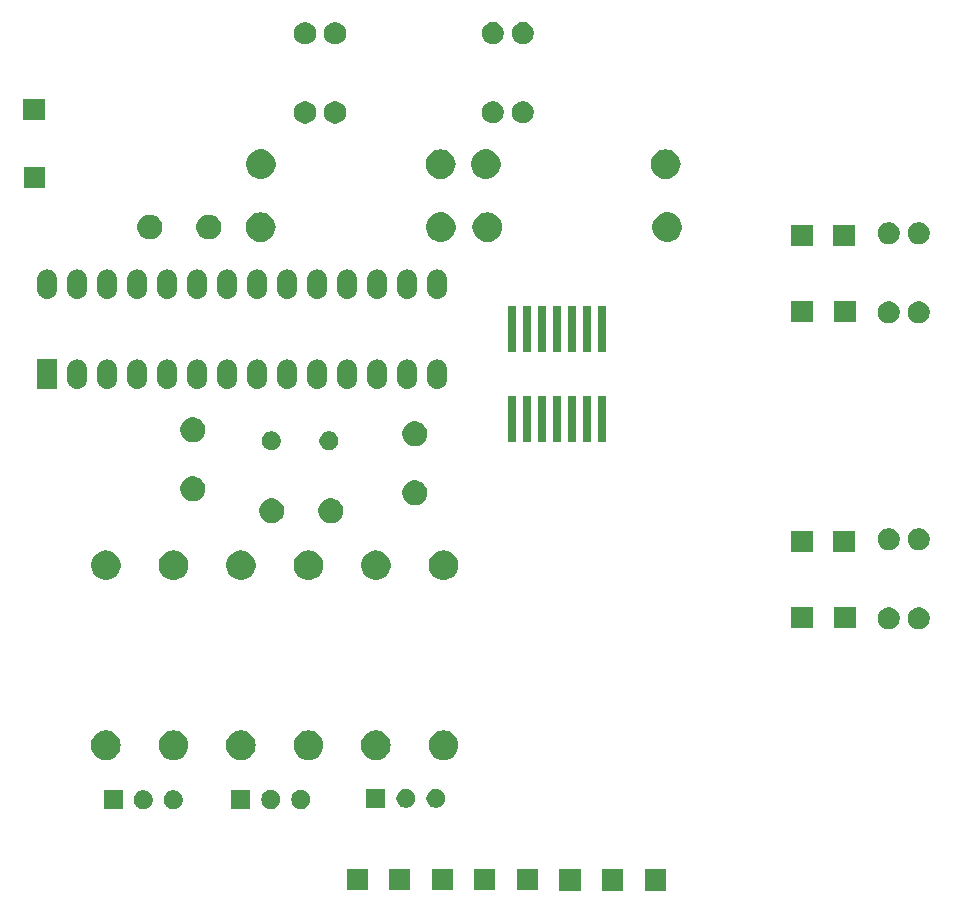
<source format=gbr>
G04 #@! TF.GenerationSoftware,KiCad,Pcbnew,5.0.2+dfsg1-1~bpo9+1*
G04 #@! TF.CreationDate,2019-02-15T20:10:49-06:00*
G04 #@! TF.ProjectId,EncoderandSensorsBoard,456e636f-6465-4726-916e-6453656e736f,v1.0*
G04 #@! TF.SameCoordinates,Original*
G04 #@! TF.FileFunction,Soldermask,Top*
G04 #@! TF.FilePolarity,Negative*
%FSLAX46Y46*%
G04 Gerber Fmt 4.6, Leading zero omitted, Abs format (unit mm)*
G04 Created by KiCad (PCBNEW 5.0.2+dfsg1-1~bpo9+1) date vie 15 feb 2019 20:10:49 CST*
%MOMM*%
%LPD*%
G01*
G04 APERTURE LIST*
%ADD10C,0.100000*%
G04 APERTURE END LIST*
D10*
G36*
X147751100Y-146938300D02*
X145949100Y-146938300D01*
X145949100Y-145136300D01*
X147751100Y-145136300D01*
X147751100Y-146938300D01*
X147751100Y-146938300D01*
G37*
G36*
X144106200Y-146925600D02*
X142304200Y-146925600D01*
X142304200Y-145123600D01*
X144106200Y-145123600D01*
X144106200Y-146925600D01*
X144106200Y-146925600D01*
G37*
G36*
X140512100Y-146925600D02*
X138710100Y-146925600D01*
X138710100Y-145123600D01*
X140512100Y-145123600D01*
X140512100Y-146925600D01*
X140512100Y-146925600D01*
G37*
G36*
X133285800Y-146900200D02*
X131483800Y-146900200D01*
X131483800Y-145098200D01*
X133285800Y-145098200D01*
X133285800Y-146900200D01*
X133285800Y-146900200D01*
G37*
G36*
X129717100Y-146887500D02*
X127915100Y-146887500D01*
X127915100Y-145085500D01*
X129717100Y-145085500D01*
X129717100Y-146887500D01*
X129717100Y-146887500D01*
G37*
G36*
X126110300Y-146887500D02*
X124308300Y-146887500D01*
X124308300Y-145085500D01*
X126110300Y-145085500D01*
X126110300Y-146887500D01*
X126110300Y-146887500D01*
G37*
G36*
X122503500Y-146887500D02*
X120701500Y-146887500D01*
X120701500Y-145085500D01*
X122503500Y-145085500D01*
X122503500Y-146887500D01*
X122503500Y-146887500D01*
G37*
G36*
X136905300Y-146874800D02*
X135103300Y-146874800D01*
X135103300Y-145072800D01*
X136905300Y-145072800D01*
X136905300Y-146874800D01*
X136905300Y-146874800D01*
G37*
G36*
X106253243Y-138472581D02*
X106399015Y-138532962D01*
X106530211Y-138620624D01*
X106641776Y-138732189D01*
X106729438Y-138863385D01*
X106789819Y-139009157D01*
X106820600Y-139163907D01*
X106820600Y-139321693D01*
X106789819Y-139476443D01*
X106729438Y-139622215D01*
X106641776Y-139753411D01*
X106530211Y-139864976D01*
X106399015Y-139952638D01*
X106253243Y-140013019D01*
X106098493Y-140043800D01*
X105940707Y-140043800D01*
X105785957Y-140013019D01*
X105640185Y-139952638D01*
X105508989Y-139864976D01*
X105397424Y-139753411D01*
X105309762Y-139622215D01*
X105249381Y-139476443D01*
X105218600Y-139321693D01*
X105218600Y-139163907D01*
X105249381Y-139009157D01*
X105309762Y-138863385D01*
X105397424Y-138732189D01*
X105508989Y-138620624D01*
X105640185Y-138532962D01*
X105785957Y-138472581D01*
X105940707Y-138441800D01*
X106098493Y-138441800D01*
X106253243Y-138472581D01*
X106253243Y-138472581D01*
G37*
G36*
X103713243Y-138472581D02*
X103859015Y-138532962D01*
X103990211Y-138620624D01*
X104101776Y-138732189D01*
X104189438Y-138863385D01*
X104249819Y-139009157D01*
X104280600Y-139163907D01*
X104280600Y-139321693D01*
X104249819Y-139476443D01*
X104189438Y-139622215D01*
X104101776Y-139753411D01*
X103990211Y-139864976D01*
X103859015Y-139952638D01*
X103713243Y-140013019D01*
X103558493Y-140043800D01*
X103400707Y-140043800D01*
X103245957Y-140013019D01*
X103100185Y-139952638D01*
X102968989Y-139864976D01*
X102857424Y-139753411D01*
X102769762Y-139622215D01*
X102709381Y-139476443D01*
X102678600Y-139321693D01*
X102678600Y-139163907D01*
X102709381Y-139009157D01*
X102769762Y-138863385D01*
X102857424Y-138732189D01*
X102968989Y-138620624D01*
X103100185Y-138532962D01*
X103245957Y-138472581D01*
X103400707Y-138441800D01*
X103558493Y-138441800D01*
X103713243Y-138472581D01*
X103713243Y-138472581D01*
G37*
G36*
X101740600Y-140043800D02*
X100138600Y-140043800D01*
X100138600Y-138441800D01*
X101740600Y-138441800D01*
X101740600Y-140043800D01*
X101740600Y-140043800D01*
G37*
G36*
X114520943Y-138447181D02*
X114666715Y-138507562D01*
X114797911Y-138595224D01*
X114909476Y-138706789D01*
X114997138Y-138837985D01*
X115057519Y-138983757D01*
X115088300Y-139138507D01*
X115088300Y-139296293D01*
X115057519Y-139451043D01*
X114997138Y-139596815D01*
X114909476Y-139728011D01*
X114797911Y-139839576D01*
X114666715Y-139927238D01*
X114520943Y-139987619D01*
X114366193Y-140018400D01*
X114208407Y-140018400D01*
X114053657Y-139987619D01*
X113907885Y-139927238D01*
X113776689Y-139839576D01*
X113665124Y-139728011D01*
X113577462Y-139596815D01*
X113517081Y-139451043D01*
X113486300Y-139296293D01*
X113486300Y-139138507D01*
X113517081Y-138983757D01*
X113577462Y-138837985D01*
X113665124Y-138706789D01*
X113776689Y-138595224D01*
X113907885Y-138507562D01*
X114053657Y-138447181D01*
X114208407Y-138416400D01*
X114366193Y-138416400D01*
X114520943Y-138447181D01*
X114520943Y-138447181D01*
G37*
G36*
X112548300Y-140018400D02*
X110946300Y-140018400D01*
X110946300Y-138416400D01*
X112548300Y-138416400D01*
X112548300Y-140018400D01*
X112548300Y-140018400D01*
G37*
G36*
X117060943Y-138447181D02*
X117206715Y-138507562D01*
X117337911Y-138595224D01*
X117449476Y-138706789D01*
X117537138Y-138837985D01*
X117597519Y-138983757D01*
X117628300Y-139138507D01*
X117628300Y-139296293D01*
X117597519Y-139451043D01*
X117537138Y-139596815D01*
X117449476Y-139728011D01*
X117337911Y-139839576D01*
X117206715Y-139927238D01*
X117060943Y-139987619D01*
X116906193Y-140018400D01*
X116748407Y-140018400D01*
X116593657Y-139987619D01*
X116447885Y-139927238D01*
X116316689Y-139839576D01*
X116205124Y-139728011D01*
X116117462Y-139596815D01*
X116057081Y-139451043D01*
X116026300Y-139296293D01*
X116026300Y-139138507D01*
X116057081Y-138983757D01*
X116117462Y-138837985D01*
X116205124Y-138706789D01*
X116316689Y-138595224D01*
X116447885Y-138507562D01*
X116593657Y-138447181D01*
X116748407Y-138416400D01*
X116906193Y-138416400D01*
X117060943Y-138447181D01*
X117060943Y-138447181D01*
G37*
G36*
X125963643Y-138345581D02*
X126109415Y-138405962D01*
X126240611Y-138493624D01*
X126352176Y-138605189D01*
X126439838Y-138736385D01*
X126500219Y-138882157D01*
X126531000Y-139036907D01*
X126531000Y-139194693D01*
X126500219Y-139349443D01*
X126439838Y-139495215D01*
X126352176Y-139626411D01*
X126240611Y-139737976D01*
X126109415Y-139825638D01*
X125963643Y-139886019D01*
X125808893Y-139916800D01*
X125651107Y-139916800D01*
X125496357Y-139886019D01*
X125350585Y-139825638D01*
X125219389Y-139737976D01*
X125107824Y-139626411D01*
X125020162Y-139495215D01*
X124959781Y-139349443D01*
X124929000Y-139194693D01*
X124929000Y-139036907D01*
X124959781Y-138882157D01*
X125020162Y-138736385D01*
X125107824Y-138605189D01*
X125219389Y-138493624D01*
X125350585Y-138405962D01*
X125496357Y-138345581D01*
X125651107Y-138314800D01*
X125808893Y-138314800D01*
X125963643Y-138345581D01*
X125963643Y-138345581D01*
G37*
G36*
X123991000Y-139916800D02*
X122389000Y-139916800D01*
X122389000Y-138314800D01*
X123991000Y-138314800D01*
X123991000Y-139916800D01*
X123991000Y-139916800D01*
G37*
G36*
X128503643Y-138345581D02*
X128649415Y-138405962D01*
X128780611Y-138493624D01*
X128892176Y-138605189D01*
X128979838Y-138736385D01*
X129040219Y-138882157D01*
X129071000Y-139036907D01*
X129071000Y-139194693D01*
X129040219Y-139349443D01*
X128979838Y-139495215D01*
X128892176Y-139626411D01*
X128780611Y-139737976D01*
X128649415Y-139825638D01*
X128503643Y-139886019D01*
X128348893Y-139916800D01*
X128191107Y-139916800D01*
X128036357Y-139886019D01*
X127890585Y-139825638D01*
X127759389Y-139737976D01*
X127647824Y-139626411D01*
X127560162Y-139495215D01*
X127499781Y-139349443D01*
X127469000Y-139194693D01*
X127469000Y-139036907D01*
X127499781Y-138882157D01*
X127560162Y-138736385D01*
X127647824Y-138605189D01*
X127759389Y-138493624D01*
X127890585Y-138405962D01*
X128036357Y-138345581D01*
X128191107Y-138314800D01*
X128348893Y-138314800D01*
X128503643Y-138345581D01*
X128503643Y-138345581D01*
G37*
G36*
X123435239Y-133387101D02*
X123671053Y-133458634D01*
X123888381Y-133574799D01*
X124078871Y-133731129D01*
X124235201Y-133921619D01*
X124351366Y-134138947D01*
X124422899Y-134374761D01*
X124447053Y-134620000D01*
X124422899Y-134865239D01*
X124351366Y-135101053D01*
X124235201Y-135318381D01*
X124078871Y-135508871D01*
X123888381Y-135665201D01*
X123671053Y-135781366D01*
X123435239Y-135852899D01*
X123251457Y-135871000D01*
X123128543Y-135871000D01*
X122944761Y-135852899D01*
X122708947Y-135781366D01*
X122491619Y-135665201D01*
X122301129Y-135508871D01*
X122144799Y-135318381D01*
X122028634Y-135101053D01*
X121957101Y-134865239D01*
X121932947Y-134620000D01*
X121957101Y-134374761D01*
X122028634Y-134138947D01*
X122144799Y-133921619D01*
X122301129Y-133731129D01*
X122491619Y-133574799D01*
X122708947Y-133458634D01*
X122944761Y-133387101D01*
X123128543Y-133369000D01*
X123251457Y-133369000D01*
X123435239Y-133387101D01*
X123435239Y-133387101D01*
G37*
G36*
X100575239Y-133387101D02*
X100811053Y-133458634D01*
X101028381Y-133574799D01*
X101218871Y-133731129D01*
X101375201Y-133921619D01*
X101491366Y-134138947D01*
X101562899Y-134374761D01*
X101587053Y-134620000D01*
X101562899Y-134865239D01*
X101491366Y-135101053D01*
X101375201Y-135318381D01*
X101218871Y-135508871D01*
X101028381Y-135665201D01*
X100811053Y-135781366D01*
X100575239Y-135852899D01*
X100391457Y-135871000D01*
X100268543Y-135871000D01*
X100084761Y-135852899D01*
X99848947Y-135781366D01*
X99631619Y-135665201D01*
X99441129Y-135508871D01*
X99284799Y-135318381D01*
X99168634Y-135101053D01*
X99097101Y-134865239D01*
X99072947Y-134620000D01*
X99097101Y-134374761D01*
X99168634Y-134138947D01*
X99284799Y-133921619D01*
X99441129Y-133731129D01*
X99631619Y-133574799D01*
X99848947Y-133458634D01*
X100084761Y-133387101D01*
X100268543Y-133369000D01*
X100391457Y-133369000D01*
X100575239Y-133387101D01*
X100575239Y-133387101D01*
G37*
G36*
X112005239Y-133387101D02*
X112241053Y-133458634D01*
X112458381Y-133574799D01*
X112648871Y-133731129D01*
X112805201Y-133921619D01*
X112921366Y-134138947D01*
X112992899Y-134374761D01*
X113017053Y-134620000D01*
X112992899Y-134865239D01*
X112921366Y-135101053D01*
X112805201Y-135318381D01*
X112648871Y-135508871D01*
X112458381Y-135665201D01*
X112241053Y-135781366D01*
X112005239Y-135852899D01*
X111821457Y-135871000D01*
X111698543Y-135871000D01*
X111514761Y-135852899D01*
X111278947Y-135781366D01*
X111061619Y-135665201D01*
X110871129Y-135508871D01*
X110714799Y-135318381D01*
X110598634Y-135101053D01*
X110527101Y-134865239D01*
X110502947Y-134620000D01*
X110527101Y-134374761D01*
X110598634Y-134138947D01*
X110714799Y-133921619D01*
X110871129Y-133731129D01*
X111061619Y-133574799D01*
X111278947Y-133458634D01*
X111514761Y-133387101D01*
X111698543Y-133369000D01*
X111821457Y-133369000D01*
X112005239Y-133387101D01*
X112005239Y-133387101D01*
G37*
G36*
X129150239Y-133387101D02*
X129386053Y-133458634D01*
X129603381Y-133574799D01*
X129793871Y-133731129D01*
X129950201Y-133921619D01*
X130066366Y-134138947D01*
X130137899Y-134374761D01*
X130162053Y-134620000D01*
X130137899Y-134865239D01*
X130066366Y-135101053D01*
X129950201Y-135318381D01*
X129793871Y-135508871D01*
X129603381Y-135665201D01*
X129386053Y-135781366D01*
X129150239Y-135852899D01*
X128966457Y-135871000D01*
X128843543Y-135871000D01*
X128659761Y-135852899D01*
X128423947Y-135781366D01*
X128206619Y-135665201D01*
X128016129Y-135508871D01*
X127859799Y-135318381D01*
X127743634Y-135101053D01*
X127672101Y-134865239D01*
X127647947Y-134620000D01*
X127672101Y-134374761D01*
X127743634Y-134138947D01*
X127859799Y-133921619D01*
X128016129Y-133731129D01*
X128206619Y-133574799D01*
X128423947Y-133458634D01*
X128659761Y-133387101D01*
X128843543Y-133369000D01*
X128966457Y-133369000D01*
X129150239Y-133387101D01*
X129150239Y-133387101D01*
G37*
G36*
X106290239Y-133387101D02*
X106526053Y-133458634D01*
X106743381Y-133574799D01*
X106933871Y-133731129D01*
X107090201Y-133921619D01*
X107206366Y-134138947D01*
X107277899Y-134374761D01*
X107302053Y-134620000D01*
X107277899Y-134865239D01*
X107206366Y-135101053D01*
X107090201Y-135318381D01*
X106933871Y-135508871D01*
X106743381Y-135665201D01*
X106526053Y-135781366D01*
X106290239Y-135852899D01*
X106106457Y-135871000D01*
X105983543Y-135871000D01*
X105799761Y-135852899D01*
X105563947Y-135781366D01*
X105346619Y-135665201D01*
X105156129Y-135508871D01*
X104999799Y-135318381D01*
X104883634Y-135101053D01*
X104812101Y-134865239D01*
X104787947Y-134620000D01*
X104812101Y-134374761D01*
X104883634Y-134138947D01*
X104999799Y-133921619D01*
X105156129Y-133731129D01*
X105346619Y-133574799D01*
X105563947Y-133458634D01*
X105799761Y-133387101D01*
X105983543Y-133369000D01*
X106106457Y-133369000D01*
X106290239Y-133387101D01*
X106290239Y-133387101D01*
G37*
G36*
X117720239Y-133387101D02*
X117956053Y-133458634D01*
X118173381Y-133574799D01*
X118363871Y-133731129D01*
X118520201Y-133921619D01*
X118636366Y-134138947D01*
X118707899Y-134374761D01*
X118732053Y-134620000D01*
X118707899Y-134865239D01*
X118636366Y-135101053D01*
X118520201Y-135318381D01*
X118363871Y-135508871D01*
X118173381Y-135665201D01*
X117956053Y-135781366D01*
X117720239Y-135852899D01*
X117536457Y-135871000D01*
X117413543Y-135871000D01*
X117229761Y-135852899D01*
X116993947Y-135781366D01*
X116776619Y-135665201D01*
X116586129Y-135508871D01*
X116429799Y-135318381D01*
X116313634Y-135101053D01*
X116242101Y-134865239D01*
X116217947Y-134620000D01*
X116242101Y-134374761D01*
X116313634Y-134138947D01*
X116429799Y-133921619D01*
X116586129Y-133731129D01*
X116776619Y-133574799D01*
X116993947Y-133458634D01*
X117229761Y-133387101D01*
X117413543Y-133369000D01*
X117536457Y-133369000D01*
X117720239Y-133387101D01*
X117720239Y-133387101D01*
G37*
G36*
X166875446Y-122979025D02*
X167046515Y-123049885D01*
X167200474Y-123152757D01*
X167331403Y-123283686D01*
X167434275Y-123437645D01*
X167505135Y-123608714D01*
X167541258Y-123790319D01*
X167541258Y-123975485D01*
X167505135Y-124157090D01*
X167434275Y-124328159D01*
X167331403Y-124482118D01*
X167200474Y-124613047D01*
X167046515Y-124715919D01*
X166875446Y-124786779D01*
X166693841Y-124822902D01*
X166508675Y-124822902D01*
X166327070Y-124786779D01*
X166156001Y-124715919D01*
X166002042Y-124613047D01*
X165871113Y-124482118D01*
X165768241Y-124328159D01*
X165697381Y-124157090D01*
X165661258Y-123975485D01*
X165661258Y-123790319D01*
X165697381Y-123608714D01*
X165768241Y-123437645D01*
X165871113Y-123283686D01*
X166002042Y-123152757D01*
X166156001Y-123049885D01*
X166327070Y-122979025D01*
X166508675Y-122942902D01*
X166693841Y-122942902D01*
X166875446Y-122979025D01*
X166875446Y-122979025D01*
G37*
G36*
X169415446Y-122979025D02*
X169586515Y-123049885D01*
X169740474Y-123152757D01*
X169871403Y-123283686D01*
X169974275Y-123437645D01*
X170045135Y-123608714D01*
X170081258Y-123790319D01*
X170081258Y-123975485D01*
X170045135Y-124157090D01*
X169974275Y-124328159D01*
X169871403Y-124482118D01*
X169740474Y-124613047D01*
X169586515Y-124715919D01*
X169415446Y-124786779D01*
X169233841Y-124822902D01*
X169048675Y-124822902D01*
X168867070Y-124786779D01*
X168696001Y-124715919D01*
X168542042Y-124613047D01*
X168411113Y-124482118D01*
X168308241Y-124328159D01*
X168237381Y-124157090D01*
X168201258Y-123975485D01*
X168201258Y-123790319D01*
X168237381Y-123608714D01*
X168308241Y-123437645D01*
X168411113Y-123283686D01*
X168542042Y-123152757D01*
X168696001Y-123049885D01*
X168867070Y-122979025D01*
X169048675Y-122942902D01*
X169233841Y-122942902D01*
X169415446Y-122979025D01*
X169415446Y-122979025D01*
G37*
G36*
X160163259Y-124699902D02*
X158361259Y-124699902D01*
X158361259Y-122897902D01*
X160163259Y-122897902D01*
X160163259Y-124699902D01*
X160163259Y-124699902D01*
G37*
G36*
X163794260Y-124699902D02*
X161992260Y-124699902D01*
X161992260Y-122897902D01*
X163794260Y-122897902D01*
X163794260Y-124699902D01*
X163794260Y-124699902D01*
G37*
G36*
X106228636Y-118141019D02*
X106409903Y-118177075D01*
X106637571Y-118271378D01*
X106841542Y-118407668D01*
X106842469Y-118408287D01*
X107016713Y-118582531D01*
X107016715Y-118582534D01*
X107153622Y-118787429D01*
X107247925Y-119015097D01*
X107296000Y-119256787D01*
X107296000Y-119503213D01*
X107247925Y-119744903D01*
X107153622Y-119972571D01*
X107017332Y-120176542D01*
X107016713Y-120177469D01*
X106842469Y-120351713D01*
X106842466Y-120351715D01*
X106637571Y-120488622D01*
X106409903Y-120582925D01*
X106228636Y-120618981D01*
X106168214Y-120631000D01*
X105921786Y-120631000D01*
X105861364Y-120618981D01*
X105680097Y-120582925D01*
X105452429Y-120488622D01*
X105247534Y-120351715D01*
X105247531Y-120351713D01*
X105073287Y-120177469D01*
X105072668Y-120176542D01*
X104936378Y-119972571D01*
X104842075Y-119744903D01*
X104794000Y-119503213D01*
X104794000Y-119256787D01*
X104842075Y-119015097D01*
X104936378Y-118787429D01*
X105073285Y-118582534D01*
X105073287Y-118582531D01*
X105247531Y-118408287D01*
X105248458Y-118407668D01*
X105452429Y-118271378D01*
X105680097Y-118177075D01*
X105861364Y-118141019D01*
X105921786Y-118129000D01*
X106168214Y-118129000D01*
X106228636Y-118141019D01*
X106228636Y-118141019D01*
G37*
G36*
X129088636Y-118141019D02*
X129269903Y-118177075D01*
X129497571Y-118271378D01*
X129701542Y-118407668D01*
X129702469Y-118408287D01*
X129876713Y-118582531D01*
X129876715Y-118582534D01*
X130013622Y-118787429D01*
X130107925Y-119015097D01*
X130156000Y-119256787D01*
X130156000Y-119503213D01*
X130107925Y-119744903D01*
X130013622Y-119972571D01*
X129877332Y-120176542D01*
X129876713Y-120177469D01*
X129702469Y-120351713D01*
X129702466Y-120351715D01*
X129497571Y-120488622D01*
X129269903Y-120582925D01*
X129088636Y-120618981D01*
X129028214Y-120631000D01*
X128781786Y-120631000D01*
X128721364Y-120618981D01*
X128540097Y-120582925D01*
X128312429Y-120488622D01*
X128107534Y-120351715D01*
X128107531Y-120351713D01*
X127933287Y-120177469D01*
X127932668Y-120176542D01*
X127796378Y-119972571D01*
X127702075Y-119744903D01*
X127654000Y-119503213D01*
X127654000Y-119256787D01*
X127702075Y-119015097D01*
X127796378Y-118787429D01*
X127933285Y-118582534D01*
X127933287Y-118582531D01*
X128107531Y-118408287D01*
X128108458Y-118407668D01*
X128312429Y-118271378D01*
X128540097Y-118177075D01*
X128721364Y-118141019D01*
X128781786Y-118129000D01*
X129028214Y-118129000D01*
X129088636Y-118141019D01*
X129088636Y-118141019D01*
G37*
G36*
X111943636Y-118141019D02*
X112124903Y-118177075D01*
X112352571Y-118271378D01*
X112556542Y-118407668D01*
X112557469Y-118408287D01*
X112731713Y-118582531D01*
X112731715Y-118582534D01*
X112868622Y-118787429D01*
X112962925Y-119015097D01*
X113011000Y-119256787D01*
X113011000Y-119503213D01*
X112962925Y-119744903D01*
X112868622Y-119972571D01*
X112732332Y-120176542D01*
X112731713Y-120177469D01*
X112557469Y-120351713D01*
X112557466Y-120351715D01*
X112352571Y-120488622D01*
X112124903Y-120582925D01*
X111943636Y-120618981D01*
X111883214Y-120631000D01*
X111636786Y-120631000D01*
X111576364Y-120618981D01*
X111395097Y-120582925D01*
X111167429Y-120488622D01*
X110962534Y-120351715D01*
X110962531Y-120351713D01*
X110788287Y-120177469D01*
X110787668Y-120176542D01*
X110651378Y-119972571D01*
X110557075Y-119744903D01*
X110509000Y-119503213D01*
X110509000Y-119256787D01*
X110557075Y-119015097D01*
X110651378Y-118787429D01*
X110788285Y-118582534D01*
X110788287Y-118582531D01*
X110962531Y-118408287D01*
X110963458Y-118407668D01*
X111167429Y-118271378D01*
X111395097Y-118177075D01*
X111576364Y-118141019D01*
X111636786Y-118129000D01*
X111883214Y-118129000D01*
X111943636Y-118141019D01*
X111943636Y-118141019D01*
G37*
G36*
X117658636Y-118141019D02*
X117839903Y-118177075D01*
X118067571Y-118271378D01*
X118271542Y-118407668D01*
X118272469Y-118408287D01*
X118446713Y-118582531D01*
X118446715Y-118582534D01*
X118583622Y-118787429D01*
X118677925Y-119015097D01*
X118726000Y-119256787D01*
X118726000Y-119503213D01*
X118677925Y-119744903D01*
X118583622Y-119972571D01*
X118447332Y-120176542D01*
X118446713Y-120177469D01*
X118272469Y-120351713D01*
X118272466Y-120351715D01*
X118067571Y-120488622D01*
X117839903Y-120582925D01*
X117658636Y-120618981D01*
X117598214Y-120631000D01*
X117351786Y-120631000D01*
X117291364Y-120618981D01*
X117110097Y-120582925D01*
X116882429Y-120488622D01*
X116677534Y-120351715D01*
X116677531Y-120351713D01*
X116503287Y-120177469D01*
X116502668Y-120176542D01*
X116366378Y-119972571D01*
X116272075Y-119744903D01*
X116224000Y-119503213D01*
X116224000Y-119256787D01*
X116272075Y-119015097D01*
X116366378Y-118787429D01*
X116503285Y-118582534D01*
X116503287Y-118582531D01*
X116677531Y-118408287D01*
X116678458Y-118407668D01*
X116882429Y-118271378D01*
X117110097Y-118177075D01*
X117291364Y-118141019D01*
X117351786Y-118129000D01*
X117598214Y-118129000D01*
X117658636Y-118141019D01*
X117658636Y-118141019D01*
G37*
G36*
X100513636Y-118141019D02*
X100694903Y-118177075D01*
X100922571Y-118271378D01*
X101126542Y-118407668D01*
X101127469Y-118408287D01*
X101301713Y-118582531D01*
X101301715Y-118582534D01*
X101438622Y-118787429D01*
X101532925Y-119015097D01*
X101581000Y-119256787D01*
X101581000Y-119503213D01*
X101532925Y-119744903D01*
X101438622Y-119972571D01*
X101302332Y-120176542D01*
X101301713Y-120177469D01*
X101127469Y-120351713D01*
X101127466Y-120351715D01*
X100922571Y-120488622D01*
X100694903Y-120582925D01*
X100513636Y-120618981D01*
X100453214Y-120631000D01*
X100206786Y-120631000D01*
X100146364Y-120618981D01*
X99965097Y-120582925D01*
X99737429Y-120488622D01*
X99532534Y-120351715D01*
X99532531Y-120351713D01*
X99358287Y-120177469D01*
X99357668Y-120176542D01*
X99221378Y-119972571D01*
X99127075Y-119744903D01*
X99079000Y-119503213D01*
X99079000Y-119256787D01*
X99127075Y-119015097D01*
X99221378Y-118787429D01*
X99358285Y-118582534D01*
X99358287Y-118582531D01*
X99532531Y-118408287D01*
X99533458Y-118407668D01*
X99737429Y-118271378D01*
X99965097Y-118177075D01*
X100146364Y-118141019D01*
X100206786Y-118129000D01*
X100453214Y-118129000D01*
X100513636Y-118141019D01*
X100513636Y-118141019D01*
G37*
G36*
X123373636Y-118141019D02*
X123554903Y-118177075D01*
X123782571Y-118271378D01*
X123986542Y-118407668D01*
X123987469Y-118408287D01*
X124161713Y-118582531D01*
X124161715Y-118582534D01*
X124298622Y-118787429D01*
X124392925Y-119015097D01*
X124441000Y-119256787D01*
X124441000Y-119503213D01*
X124392925Y-119744903D01*
X124298622Y-119972571D01*
X124162332Y-120176542D01*
X124161713Y-120177469D01*
X123987469Y-120351713D01*
X123987466Y-120351715D01*
X123782571Y-120488622D01*
X123554903Y-120582925D01*
X123373636Y-120618981D01*
X123313214Y-120631000D01*
X123066786Y-120631000D01*
X123006364Y-120618981D01*
X122825097Y-120582925D01*
X122597429Y-120488622D01*
X122392534Y-120351715D01*
X122392531Y-120351713D01*
X122218287Y-120177469D01*
X122217668Y-120176542D01*
X122081378Y-119972571D01*
X121987075Y-119744903D01*
X121939000Y-119503213D01*
X121939000Y-119256787D01*
X121987075Y-119015097D01*
X122081378Y-118787429D01*
X122218285Y-118582534D01*
X122218287Y-118582531D01*
X122392531Y-118408287D01*
X122393458Y-118407668D01*
X122597429Y-118271378D01*
X122825097Y-118177075D01*
X123006364Y-118141019D01*
X123066786Y-118129000D01*
X123313214Y-118129000D01*
X123373636Y-118141019D01*
X123373636Y-118141019D01*
G37*
G36*
X163719259Y-118248901D02*
X161917259Y-118248901D01*
X161917259Y-116446901D01*
X163719259Y-116446901D01*
X163719259Y-118248901D01*
X163719259Y-118248901D01*
G37*
G36*
X160163259Y-118248901D02*
X158361259Y-118248901D01*
X158361259Y-116446901D01*
X160163259Y-116446901D01*
X160163259Y-118248901D01*
X160163259Y-118248901D01*
G37*
G36*
X166875446Y-116279025D02*
X167046515Y-116349885D01*
X167200474Y-116452757D01*
X167331403Y-116583686D01*
X167434275Y-116737645D01*
X167505135Y-116908714D01*
X167541258Y-117090319D01*
X167541258Y-117275485D01*
X167505135Y-117457090D01*
X167434275Y-117628159D01*
X167331403Y-117782118D01*
X167200474Y-117913047D01*
X167046515Y-118015919D01*
X166875446Y-118086779D01*
X166693841Y-118122902D01*
X166508675Y-118122902D01*
X166327070Y-118086779D01*
X166156001Y-118015919D01*
X166002042Y-117913047D01*
X165871113Y-117782118D01*
X165768241Y-117628159D01*
X165697381Y-117457090D01*
X165661258Y-117275485D01*
X165661258Y-117090319D01*
X165697381Y-116908714D01*
X165768241Y-116737645D01*
X165871113Y-116583686D01*
X166002042Y-116452757D01*
X166156001Y-116349885D01*
X166327070Y-116279025D01*
X166508675Y-116242902D01*
X166693841Y-116242902D01*
X166875446Y-116279025D01*
X166875446Y-116279025D01*
G37*
G36*
X169415446Y-116279025D02*
X169586515Y-116349885D01*
X169740474Y-116452757D01*
X169871403Y-116583686D01*
X169974275Y-116737645D01*
X170045135Y-116908714D01*
X170081258Y-117090319D01*
X170081258Y-117275485D01*
X170045135Y-117457090D01*
X169974275Y-117628159D01*
X169871403Y-117782118D01*
X169740474Y-117913047D01*
X169586515Y-118015919D01*
X169415446Y-118086779D01*
X169233841Y-118122902D01*
X169048675Y-118122902D01*
X168867070Y-118086779D01*
X168696001Y-118015919D01*
X168542042Y-117913047D01*
X168411113Y-117782118D01*
X168308241Y-117628159D01*
X168237381Y-117457090D01*
X168201258Y-117275485D01*
X168201258Y-117090319D01*
X168237381Y-116908714D01*
X168308241Y-116737645D01*
X168411113Y-116583686D01*
X168542042Y-116452757D01*
X168696001Y-116349885D01*
X168867070Y-116279025D01*
X169048675Y-116242902D01*
X169233841Y-116242902D01*
X169415446Y-116279025D01*
X169415446Y-116279025D01*
G37*
G36*
X114661165Y-113759289D02*
X114852434Y-113838515D01*
X115024576Y-113953537D01*
X115170963Y-114099924D01*
X115285985Y-114272066D01*
X115365211Y-114463335D01*
X115405600Y-114666384D01*
X115405600Y-114873416D01*
X115365211Y-115076465D01*
X115285985Y-115267734D01*
X115170963Y-115439876D01*
X115024576Y-115586263D01*
X114852434Y-115701285D01*
X114661165Y-115780511D01*
X114458116Y-115820900D01*
X114251084Y-115820900D01*
X114048035Y-115780511D01*
X113856766Y-115701285D01*
X113684624Y-115586263D01*
X113538237Y-115439876D01*
X113423215Y-115267734D01*
X113343989Y-115076465D01*
X113303600Y-114873416D01*
X113303600Y-114666384D01*
X113343989Y-114463335D01*
X113423215Y-114272066D01*
X113538237Y-114099924D01*
X113684624Y-113953537D01*
X113856766Y-113838515D01*
X114048035Y-113759289D01*
X114251084Y-113718900D01*
X114458116Y-113718900D01*
X114661165Y-113759289D01*
X114661165Y-113759289D01*
G37*
G36*
X119661165Y-113759289D02*
X119852434Y-113838515D01*
X120024576Y-113953537D01*
X120170963Y-114099924D01*
X120285985Y-114272066D01*
X120365211Y-114463335D01*
X120405600Y-114666384D01*
X120405600Y-114873416D01*
X120365211Y-115076465D01*
X120285985Y-115267734D01*
X120170963Y-115439876D01*
X120024576Y-115586263D01*
X119852434Y-115701285D01*
X119661165Y-115780511D01*
X119458116Y-115820900D01*
X119251084Y-115820900D01*
X119048035Y-115780511D01*
X118856766Y-115701285D01*
X118684624Y-115586263D01*
X118538237Y-115439876D01*
X118423215Y-115267734D01*
X118343989Y-115076465D01*
X118303600Y-114873416D01*
X118303600Y-114666384D01*
X118343989Y-114463335D01*
X118423215Y-114272066D01*
X118538237Y-114099924D01*
X118684624Y-113953537D01*
X118856766Y-113838515D01*
X119048035Y-113759289D01*
X119251084Y-113718900D01*
X119458116Y-113718900D01*
X119661165Y-113759289D01*
X119661165Y-113759289D01*
G37*
G36*
X126773165Y-112235289D02*
X126964434Y-112314515D01*
X127136576Y-112429537D01*
X127282963Y-112575924D01*
X127397985Y-112748066D01*
X127477211Y-112939335D01*
X127517600Y-113142384D01*
X127517600Y-113349416D01*
X127477211Y-113552465D01*
X127397985Y-113743734D01*
X127282963Y-113915876D01*
X127136576Y-114062263D01*
X126964434Y-114177285D01*
X126773165Y-114256511D01*
X126570116Y-114296900D01*
X126363084Y-114296900D01*
X126160035Y-114256511D01*
X125968766Y-114177285D01*
X125796624Y-114062263D01*
X125650237Y-113915876D01*
X125535215Y-113743734D01*
X125455989Y-113552465D01*
X125415600Y-113349416D01*
X125415600Y-113142384D01*
X125455989Y-112939335D01*
X125535215Y-112748066D01*
X125650237Y-112575924D01*
X125796624Y-112429537D01*
X125968766Y-112314515D01*
X126160035Y-112235289D01*
X126363084Y-112194900D01*
X126570116Y-112194900D01*
X126773165Y-112235289D01*
X126773165Y-112235289D01*
G37*
G36*
X107977165Y-111901289D02*
X108168434Y-111980515D01*
X108340576Y-112095537D01*
X108486963Y-112241924D01*
X108601985Y-112414066D01*
X108681211Y-112605335D01*
X108721600Y-112808384D01*
X108721600Y-113015416D01*
X108681211Y-113218465D01*
X108601985Y-113409734D01*
X108486963Y-113581876D01*
X108340576Y-113728263D01*
X108168434Y-113843285D01*
X107977165Y-113922511D01*
X107774116Y-113962900D01*
X107567084Y-113962900D01*
X107364035Y-113922511D01*
X107172766Y-113843285D01*
X107000624Y-113728263D01*
X106854237Y-113581876D01*
X106739215Y-113409734D01*
X106659989Y-113218465D01*
X106619600Y-113015416D01*
X106619600Y-112808384D01*
X106659989Y-112605335D01*
X106739215Y-112414066D01*
X106854237Y-112241924D01*
X107000624Y-112095537D01*
X107172766Y-111980515D01*
X107364035Y-111901289D01*
X107567084Y-111860900D01*
X107774116Y-111860900D01*
X107977165Y-111901289D01*
X107977165Y-111901289D01*
G37*
G36*
X119446663Y-108078941D02*
X119592435Y-108139322D01*
X119723631Y-108226984D01*
X119835196Y-108338549D01*
X119922858Y-108469745D01*
X119983239Y-108615517D01*
X120014020Y-108770267D01*
X120014020Y-108928053D01*
X119983239Y-109082803D01*
X119922858Y-109228575D01*
X119835196Y-109359771D01*
X119723631Y-109471336D01*
X119592435Y-109558998D01*
X119446663Y-109619379D01*
X119291913Y-109650160D01*
X119134127Y-109650160D01*
X118979377Y-109619379D01*
X118833605Y-109558998D01*
X118702409Y-109471336D01*
X118590844Y-109359771D01*
X118503182Y-109228575D01*
X118442801Y-109082803D01*
X118412020Y-108928053D01*
X118412020Y-108770267D01*
X118442801Y-108615517D01*
X118503182Y-108469745D01*
X118590844Y-108338549D01*
X118702409Y-108226984D01*
X118833605Y-108139322D01*
X118979377Y-108078941D01*
X119134127Y-108048160D01*
X119291913Y-108048160D01*
X119446663Y-108078941D01*
X119446663Y-108078941D01*
G37*
G36*
X114566663Y-108078941D02*
X114712435Y-108139322D01*
X114843631Y-108226984D01*
X114955196Y-108338549D01*
X115042858Y-108469745D01*
X115103239Y-108615517D01*
X115134020Y-108770267D01*
X115134020Y-108928053D01*
X115103239Y-109082803D01*
X115042858Y-109228575D01*
X114955196Y-109359771D01*
X114843631Y-109471336D01*
X114712435Y-109558998D01*
X114566663Y-109619379D01*
X114411913Y-109650160D01*
X114254127Y-109650160D01*
X114099377Y-109619379D01*
X113953605Y-109558998D01*
X113822409Y-109471336D01*
X113710844Y-109359771D01*
X113623182Y-109228575D01*
X113562801Y-109082803D01*
X113532020Y-108928053D01*
X113532020Y-108770267D01*
X113562801Y-108615517D01*
X113623182Y-108469745D01*
X113710844Y-108338549D01*
X113822409Y-108226984D01*
X113953605Y-108139322D01*
X114099377Y-108078941D01*
X114254127Y-108048160D01*
X114411913Y-108048160D01*
X114566663Y-108078941D01*
X114566663Y-108078941D01*
G37*
G36*
X126773165Y-107235289D02*
X126964434Y-107314515D01*
X127136576Y-107429537D01*
X127282963Y-107575924D01*
X127397985Y-107748066D01*
X127477211Y-107939335D01*
X127517600Y-108142384D01*
X127517600Y-108349416D01*
X127477211Y-108552465D01*
X127397985Y-108743734D01*
X127282963Y-108915876D01*
X127136576Y-109062263D01*
X126964434Y-109177285D01*
X126773165Y-109256511D01*
X126570116Y-109296900D01*
X126363084Y-109296900D01*
X126160035Y-109256511D01*
X125968766Y-109177285D01*
X125796624Y-109062263D01*
X125650237Y-108915876D01*
X125535215Y-108743734D01*
X125455989Y-108552465D01*
X125415600Y-108349416D01*
X125415600Y-108142384D01*
X125455989Y-107939335D01*
X125535215Y-107748066D01*
X125650237Y-107575924D01*
X125796624Y-107429537D01*
X125968766Y-107314515D01*
X126160035Y-107235289D01*
X126363084Y-107194900D01*
X126570116Y-107194900D01*
X126773165Y-107235289D01*
X126773165Y-107235289D01*
G37*
G36*
X137612600Y-108963900D02*
X136910600Y-108963900D01*
X136910600Y-105061900D01*
X137612600Y-105061900D01*
X137612600Y-108963900D01*
X137612600Y-108963900D01*
G37*
G36*
X136342600Y-108963900D02*
X135640600Y-108963900D01*
X135640600Y-105061900D01*
X136342600Y-105061900D01*
X136342600Y-108963900D01*
X136342600Y-108963900D01*
G37*
G36*
X135072600Y-108963900D02*
X134370600Y-108963900D01*
X134370600Y-105061900D01*
X135072600Y-105061900D01*
X135072600Y-108963900D01*
X135072600Y-108963900D01*
G37*
G36*
X138882600Y-108963900D02*
X138180600Y-108963900D01*
X138180600Y-105061900D01*
X138882600Y-105061900D01*
X138882600Y-108963900D01*
X138882600Y-108963900D01*
G37*
G36*
X140152600Y-108963900D02*
X139450600Y-108963900D01*
X139450600Y-105061900D01*
X140152600Y-105061900D01*
X140152600Y-108963900D01*
X140152600Y-108963900D01*
G37*
G36*
X141422600Y-108963900D02*
X140720600Y-108963900D01*
X140720600Y-105061900D01*
X141422600Y-105061900D01*
X141422600Y-108963900D01*
X141422600Y-108963900D01*
G37*
G36*
X142692600Y-108963900D02*
X141990600Y-108963900D01*
X141990600Y-105061900D01*
X142692600Y-105061900D01*
X142692600Y-108963900D01*
X142692600Y-108963900D01*
G37*
G36*
X107977165Y-106901289D02*
X108168434Y-106980515D01*
X108340576Y-107095537D01*
X108486963Y-107241924D01*
X108601985Y-107414066D01*
X108681211Y-107605335D01*
X108721600Y-107808384D01*
X108721600Y-108015416D01*
X108681211Y-108218465D01*
X108601985Y-108409734D01*
X108486963Y-108581876D01*
X108340576Y-108728263D01*
X108168434Y-108843285D01*
X107977165Y-108922511D01*
X107774116Y-108962900D01*
X107567084Y-108962900D01*
X107364035Y-108922511D01*
X107172766Y-108843285D01*
X107000624Y-108728263D01*
X106854237Y-108581876D01*
X106739215Y-108409734D01*
X106659989Y-108218465D01*
X106619600Y-108015416D01*
X106619600Y-107808384D01*
X106659989Y-107605335D01*
X106739215Y-107414066D01*
X106854237Y-107241924D01*
X107000624Y-107095537D01*
X107172766Y-106980515D01*
X107364035Y-106901289D01*
X107567084Y-106860900D01*
X107774116Y-106860900D01*
X107977165Y-106901289D01*
X107977165Y-106901289D01*
G37*
G36*
X123458420Y-101974213D02*
X123458423Y-101974214D01*
X123458424Y-101974214D01*
X123618838Y-102022875D01*
X123618840Y-102022876D01*
X123618843Y-102022877D01*
X123766678Y-102101895D01*
X123896259Y-102208241D01*
X124002605Y-102337822D01*
X124081623Y-102485656D01*
X124130287Y-102646079D01*
X124142600Y-102771096D01*
X124142600Y-103654703D01*
X124130287Y-103779720D01*
X124130286Y-103779722D01*
X124130286Y-103779725D01*
X124081625Y-103940139D01*
X124081623Y-103940144D01*
X124002605Y-104087978D01*
X123896259Y-104217559D01*
X123766678Y-104323905D01*
X123618844Y-104402923D01*
X123618841Y-104402924D01*
X123618839Y-104402925D01*
X123458425Y-104451586D01*
X123458424Y-104451586D01*
X123458421Y-104451587D01*
X123291600Y-104468017D01*
X123124780Y-104451587D01*
X123124777Y-104451586D01*
X123124776Y-104451586D01*
X122964362Y-104402925D01*
X122964360Y-104402924D01*
X122964357Y-104402923D01*
X122816523Y-104323905D01*
X122686942Y-104217559D01*
X122580596Y-104087978D01*
X122501578Y-103940144D01*
X122452914Y-103779721D01*
X122440600Y-103654703D01*
X122440600Y-102771097D01*
X122452913Y-102646080D01*
X122452914Y-102646076D01*
X122501575Y-102485662D01*
X122501576Y-102485660D01*
X122501577Y-102485657D01*
X122580595Y-102337822D01*
X122686941Y-102208241D01*
X122816522Y-102101895D01*
X122964356Y-102022877D01*
X122964359Y-102022876D01*
X122964361Y-102022875D01*
X123124775Y-101974214D01*
X123124776Y-101974214D01*
X123124779Y-101974213D01*
X123291600Y-101957783D01*
X123458420Y-101974213D01*
X123458420Y-101974213D01*
G37*
G36*
X105678420Y-101974213D02*
X105678423Y-101974214D01*
X105678424Y-101974214D01*
X105838838Y-102022875D01*
X105838840Y-102022876D01*
X105838843Y-102022877D01*
X105986678Y-102101895D01*
X106116259Y-102208241D01*
X106222605Y-102337822D01*
X106301623Y-102485656D01*
X106350287Y-102646079D01*
X106362600Y-102771096D01*
X106362600Y-103654703D01*
X106350287Y-103779720D01*
X106350286Y-103779722D01*
X106350286Y-103779725D01*
X106301625Y-103940139D01*
X106301623Y-103940144D01*
X106222605Y-104087978D01*
X106116259Y-104217559D01*
X105986678Y-104323905D01*
X105838844Y-104402923D01*
X105838841Y-104402924D01*
X105838839Y-104402925D01*
X105678425Y-104451586D01*
X105678424Y-104451586D01*
X105678421Y-104451587D01*
X105511600Y-104468017D01*
X105344780Y-104451587D01*
X105344777Y-104451586D01*
X105344776Y-104451586D01*
X105184362Y-104402925D01*
X105184360Y-104402924D01*
X105184357Y-104402923D01*
X105036523Y-104323905D01*
X104906942Y-104217559D01*
X104800596Y-104087978D01*
X104721578Y-103940144D01*
X104672914Y-103779721D01*
X104660600Y-103654703D01*
X104660600Y-102771097D01*
X104672913Y-102646080D01*
X104672914Y-102646076D01*
X104721575Y-102485662D01*
X104721576Y-102485660D01*
X104721577Y-102485657D01*
X104800595Y-102337822D01*
X104906941Y-102208241D01*
X105036522Y-102101895D01*
X105184356Y-102022877D01*
X105184359Y-102022876D01*
X105184361Y-102022875D01*
X105344775Y-101974214D01*
X105344776Y-101974214D01*
X105344779Y-101974213D01*
X105511600Y-101957783D01*
X105678420Y-101974213D01*
X105678420Y-101974213D01*
G37*
G36*
X125998420Y-101974213D02*
X125998423Y-101974214D01*
X125998424Y-101974214D01*
X126158838Y-102022875D01*
X126158840Y-102022876D01*
X126158843Y-102022877D01*
X126306678Y-102101895D01*
X126436259Y-102208241D01*
X126542605Y-102337822D01*
X126621623Y-102485656D01*
X126670287Y-102646079D01*
X126682600Y-102771096D01*
X126682600Y-103654703D01*
X126670287Y-103779720D01*
X126670286Y-103779722D01*
X126670286Y-103779725D01*
X126621625Y-103940139D01*
X126621623Y-103940144D01*
X126542605Y-104087978D01*
X126436259Y-104217559D01*
X126306678Y-104323905D01*
X126158844Y-104402923D01*
X126158841Y-104402924D01*
X126158839Y-104402925D01*
X125998425Y-104451586D01*
X125998424Y-104451586D01*
X125998421Y-104451587D01*
X125831600Y-104468017D01*
X125664780Y-104451587D01*
X125664777Y-104451586D01*
X125664776Y-104451586D01*
X125504362Y-104402925D01*
X125504360Y-104402924D01*
X125504357Y-104402923D01*
X125356523Y-104323905D01*
X125226942Y-104217559D01*
X125120596Y-104087978D01*
X125041578Y-103940144D01*
X124992914Y-103779721D01*
X124980600Y-103654703D01*
X124980600Y-102771097D01*
X124992913Y-102646080D01*
X124992914Y-102646076D01*
X125041575Y-102485662D01*
X125041576Y-102485660D01*
X125041577Y-102485657D01*
X125120595Y-102337822D01*
X125226941Y-102208241D01*
X125356522Y-102101895D01*
X125504356Y-102022877D01*
X125504359Y-102022876D01*
X125504361Y-102022875D01*
X125664775Y-101974214D01*
X125664776Y-101974214D01*
X125664779Y-101974213D01*
X125831600Y-101957783D01*
X125998420Y-101974213D01*
X125998420Y-101974213D01*
G37*
G36*
X103138420Y-101974213D02*
X103138423Y-101974214D01*
X103138424Y-101974214D01*
X103298838Y-102022875D01*
X103298840Y-102022876D01*
X103298843Y-102022877D01*
X103446678Y-102101895D01*
X103576259Y-102208241D01*
X103682605Y-102337822D01*
X103761623Y-102485656D01*
X103810287Y-102646079D01*
X103822600Y-102771096D01*
X103822600Y-103654703D01*
X103810287Y-103779720D01*
X103810286Y-103779722D01*
X103810286Y-103779725D01*
X103761625Y-103940139D01*
X103761623Y-103940144D01*
X103682605Y-104087978D01*
X103576259Y-104217559D01*
X103446678Y-104323905D01*
X103298844Y-104402923D01*
X103298841Y-104402924D01*
X103298839Y-104402925D01*
X103138425Y-104451586D01*
X103138424Y-104451586D01*
X103138421Y-104451587D01*
X102971600Y-104468017D01*
X102804780Y-104451587D01*
X102804777Y-104451586D01*
X102804776Y-104451586D01*
X102644362Y-104402925D01*
X102644360Y-104402924D01*
X102644357Y-104402923D01*
X102496523Y-104323905D01*
X102366942Y-104217559D01*
X102260596Y-104087978D01*
X102181578Y-103940144D01*
X102132914Y-103779721D01*
X102120600Y-103654703D01*
X102120600Y-102771097D01*
X102132913Y-102646080D01*
X102132914Y-102646076D01*
X102181575Y-102485662D01*
X102181576Y-102485660D01*
X102181577Y-102485657D01*
X102260595Y-102337822D01*
X102366941Y-102208241D01*
X102496522Y-102101895D01*
X102644356Y-102022877D01*
X102644359Y-102022876D01*
X102644361Y-102022875D01*
X102804775Y-101974214D01*
X102804776Y-101974214D01*
X102804779Y-101974213D01*
X102971600Y-101957783D01*
X103138420Y-101974213D01*
X103138420Y-101974213D01*
G37*
G36*
X128538420Y-101974213D02*
X128538423Y-101974214D01*
X128538424Y-101974214D01*
X128698838Y-102022875D01*
X128698840Y-102022876D01*
X128698843Y-102022877D01*
X128846678Y-102101895D01*
X128976259Y-102208241D01*
X129082605Y-102337822D01*
X129161623Y-102485656D01*
X129210287Y-102646079D01*
X129222600Y-102771096D01*
X129222600Y-103654703D01*
X129210287Y-103779720D01*
X129210286Y-103779722D01*
X129210286Y-103779725D01*
X129161625Y-103940139D01*
X129161623Y-103940144D01*
X129082605Y-104087978D01*
X128976259Y-104217559D01*
X128846678Y-104323905D01*
X128698844Y-104402923D01*
X128698841Y-104402924D01*
X128698839Y-104402925D01*
X128538425Y-104451586D01*
X128538424Y-104451586D01*
X128538421Y-104451587D01*
X128371600Y-104468017D01*
X128204780Y-104451587D01*
X128204777Y-104451586D01*
X128204776Y-104451586D01*
X128044362Y-104402925D01*
X128044360Y-104402924D01*
X128044357Y-104402923D01*
X127896523Y-104323905D01*
X127766942Y-104217559D01*
X127660596Y-104087978D01*
X127581578Y-103940144D01*
X127532914Y-103779721D01*
X127520600Y-103654703D01*
X127520600Y-102771097D01*
X127532913Y-102646080D01*
X127532914Y-102646076D01*
X127581575Y-102485662D01*
X127581576Y-102485660D01*
X127581577Y-102485657D01*
X127660595Y-102337822D01*
X127766941Y-102208241D01*
X127896522Y-102101895D01*
X128044356Y-102022877D01*
X128044359Y-102022876D01*
X128044361Y-102022875D01*
X128204775Y-101974214D01*
X128204776Y-101974214D01*
X128204779Y-101974213D01*
X128371600Y-101957783D01*
X128538420Y-101974213D01*
X128538420Y-101974213D01*
G37*
G36*
X100598420Y-101974213D02*
X100598423Y-101974214D01*
X100598424Y-101974214D01*
X100758838Y-102022875D01*
X100758840Y-102022876D01*
X100758843Y-102022877D01*
X100906678Y-102101895D01*
X101036259Y-102208241D01*
X101142605Y-102337822D01*
X101221623Y-102485656D01*
X101270287Y-102646079D01*
X101282600Y-102771096D01*
X101282600Y-103654703D01*
X101270287Y-103779720D01*
X101270286Y-103779722D01*
X101270286Y-103779725D01*
X101221625Y-103940139D01*
X101221623Y-103940144D01*
X101142605Y-104087978D01*
X101036259Y-104217559D01*
X100906678Y-104323905D01*
X100758844Y-104402923D01*
X100758841Y-104402924D01*
X100758839Y-104402925D01*
X100598425Y-104451586D01*
X100598424Y-104451586D01*
X100598421Y-104451587D01*
X100431600Y-104468017D01*
X100264780Y-104451587D01*
X100264777Y-104451586D01*
X100264776Y-104451586D01*
X100104362Y-104402925D01*
X100104360Y-104402924D01*
X100104357Y-104402923D01*
X99956523Y-104323905D01*
X99826942Y-104217559D01*
X99720596Y-104087978D01*
X99641578Y-103940144D01*
X99592914Y-103779721D01*
X99580600Y-103654703D01*
X99580600Y-102771097D01*
X99592913Y-102646080D01*
X99592914Y-102646076D01*
X99641575Y-102485662D01*
X99641576Y-102485660D01*
X99641577Y-102485657D01*
X99720595Y-102337822D01*
X99826941Y-102208241D01*
X99956522Y-102101895D01*
X100104356Y-102022877D01*
X100104359Y-102022876D01*
X100104361Y-102022875D01*
X100264775Y-101974214D01*
X100264776Y-101974214D01*
X100264779Y-101974213D01*
X100431600Y-101957783D01*
X100598420Y-101974213D01*
X100598420Y-101974213D01*
G37*
G36*
X120918420Y-101974213D02*
X120918423Y-101974214D01*
X120918424Y-101974214D01*
X121078838Y-102022875D01*
X121078840Y-102022876D01*
X121078843Y-102022877D01*
X121226678Y-102101895D01*
X121356259Y-102208241D01*
X121462605Y-102337822D01*
X121541623Y-102485656D01*
X121590287Y-102646079D01*
X121602600Y-102771096D01*
X121602600Y-103654703D01*
X121590287Y-103779720D01*
X121590286Y-103779722D01*
X121590286Y-103779725D01*
X121541625Y-103940139D01*
X121541623Y-103940144D01*
X121462605Y-104087978D01*
X121356259Y-104217559D01*
X121226678Y-104323905D01*
X121078844Y-104402923D01*
X121078841Y-104402924D01*
X121078839Y-104402925D01*
X120918425Y-104451586D01*
X120918424Y-104451586D01*
X120918421Y-104451587D01*
X120751600Y-104468017D01*
X120584780Y-104451587D01*
X120584777Y-104451586D01*
X120584776Y-104451586D01*
X120424362Y-104402925D01*
X120424360Y-104402924D01*
X120424357Y-104402923D01*
X120276523Y-104323905D01*
X120146942Y-104217559D01*
X120040596Y-104087978D01*
X119961578Y-103940144D01*
X119912914Y-103779721D01*
X119900600Y-103654703D01*
X119900600Y-102771097D01*
X119912913Y-102646080D01*
X119912914Y-102646076D01*
X119961575Y-102485662D01*
X119961576Y-102485660D01*
X119961577Y-102485657D01*
X120040595Y-102337822D01*
X120146941Y-102208241D01*
X120276522Y-102101895D01*
X120424356Y-102022877D01*
X120424359Y-102022876D01*
X120424361Y-102022875D01*
X120584775Y-101974214D01*
X120584776Y-101974214D01*
X120584779Y-101974213D01*
X120751600Y-101957783D01*
X120918420Y-101974213D01*
X120918420Y-101974213D01*
G37*
G36*
X110758420Y-101974213D02*
X110758423Y-101974214D01*
X110758424Y-101974214D01*
X110918838Y-102022875D01*
X110918840Y-102022876D01*
X110918843Y-102022877D01*
X111066678Y-102101895D01*
X111196259Y-102208241D01*
X111302605Y-102337822D01*
X111381623Y-102485656D01*
X111430287Y-102646079D01*
X111442600Y-102771096D01*
X111442600Y-103654703D01*
X111430287Y-103779720D01*
X111430286Y-103779722D01*
X111430286Y-103779725D01*
X111381625Y-103940139D01*
X111381623Y-103940144D01*
X111302605Y-104087978D01*
X111196259Y-104217559D01*
X111066678Y-104323905D01*
X110918844Y-104402923D01*
X110918841Y-104402924D01*
X110918839Y-104402925D01*
X110758425Y-104451586D01*
X110758424Y-104451586D01*
X110758421Y-104451587D01*
X110591600Y-104468017D01*
X110424780Y-104451587D01*
X110424777Y-104451586D01*
X110424776Y-104451586D01*
X110264362Y-104402925D01*
X110264360Y-104402924D01*
X110264357Y-104402923D01*
X110116523Y-104323905D01*
X109986942Y-104217559D01*
X109880596Y-104087978D01*
X109801578Y-103940144D01*
X109752914Y-103779721D01*
X109740600Y-103654703D01*
X109740600Y-102771097D01*
X109752913Y-102646080D01*
X109752914Y-102646076D01*
X109801575Y-102485662D01*
X109801576Y-102485660D01*
X109801577Y-102485657D01*
X109880595Y-102337822D01*
X109986941Y-102208241D01*
X110116522Y-102101895D01*
X110264356Y-102022877D01*
X110264359Y-102022876D01*
X110264361Y-102022875D01*
X110424775Y-101974214D01*
X110424776Y-101974214D01*
X110424779Y-101974213D01*
X110591600Y-101957783D01*
X110758420Y-101974213D01*
X110758420Y-101974213D01*
G37*
G36*
X118378420Y-101974213D02*
X118378423Y-101974214D01*
X118378424Y-101974214D01*
X118538838Y-102022875D01*
X118538840Y-102022876D01*
X118538843Y-102022877D01*
X118686678Y-102101895D01*
X118816259Y-102208241D01*
X118922605Y-102337822D01*
X119001623Y-102485656D01*
X119050287Y-102646079D01*
X119062600Y-102771096D01*
X119062600Y-103654703D01*
X119050287Y-103779720D01*
X119050286Y-103779722D01*
X119050286Y-103779725D01*
X119001625Y-103940139D01*
X119001623Y-103940144D01*
X118922605Y-104087978D01*
X118816259Y-104217559D01*
X118686678Y-104323905D01*
X118538844Y-104402923D01*
X118538841Y-104402924D01*
X118538839Y-104402925D01*
X118378425Y-104451586D01*
X118378424Y-104451586D01*
X118378421Y-104451587D01*
X118211600Y-104468017D01*
X118044780Y-104451587D01*
X118044777Y-104451586D01*
X118044776Y-104451586D01*
X117884362Y-104402925D01*
X117884360Y-104402924D01*
X117884357Y-104402923D01*
X117736523Y-104323905D01*
X117606942Y-104217559D01*
X117500596Y-104087978D01*
X117421578Y-103940144D01*
X117372914Y-103779721D01*
X117360600Y-103654703D01*
X117360600Y-102771097D01*
X117372913Y-102646080D01*
X117372914Y-102646076D01*
X117421575Y-102485662D01*
X117421576Y-102485660D01*
X117421577Y-102485657D01*
X117500595Y-102337822D01*
X117606941Y-102208241D01*
X117736522Y-102101895D01*
X117884356Y-102022877D01*
X117884359Y-102022876D01*
X117884361Y-102022875D01*
X118044775Y-101974214D01*
X118044776Y-101974214D01*
X118044779Y-101974213D01*
X118211600Y-101957783D01*
X118378420Y-101974213D01*
X118378420Y-101974213D01*
G37*
G36*
X113298420Y-101974213D02*
X113298423Y-101974214D01*
X113298424Y-101974214D01*
X113458838Y-102022875D01*
X113458840Y-102022876D01*
X113458843Y-102022877D01*
X113606678Y-102101895D01*
X113736259Y-102208241D01*
X113842605Y-102337822D01*
X113921623Y-102485656D01*
X113970287Y-102646079D01*
X113982600Y-102771096D01*
X113982600Y-103654703D01*
X113970287Y-103779720D01*
X113970286Y-103779722D01*
X113970286Y-103779725D01*
X113921625Y-103940139D01*
X113921623Y-103940144D01*
X113842605Y-104087978D01*
X113736259Y-104217559D01*
X113606678Y-104323905D01*
X113458844Y-104402923D01*
X113458841Y-104402924D01*
X113458839Y-104402925D01*
X113298425Y-104451586D01*
X113298424Y-104451586D01*
X113298421Y-104451587D01*
X113131600Y-104468017D01*
X112964780Y-104451587D01*
X112964777Y-104451586D01*
X112964776Y-104451586D01*
X112804362Y-104402925D01*
X112804360Y-104402924D01*
X112804357Y-104402923D01*
X112656523Y-104323905D01*
X112526942Y-104217559D01*
X112420596Y-104087978D01*
X112341578Y-103940144D01*
X112292914Y-103779721D01*
X112280600Y-103654703D01*
X112280600Y-102771097D01*
X112292913Y-102646080D01*
X112292914Y-102646076D01*
X112341575Y-102485662D01*
X112341576Y-102485660D01*
X112341577Y-102485657D01*
X112420595Y-102337822D01*
X112526941Y-102208241D01*
X112656522Y-102101895D01*
X112804356Y-102022877D01*
X112804359Y-102022876D01*
X112804361Y-102022875D01*
X112964775Y-101974214D01*
X112964776Y-101974214D01*
X112964779Y-101974213D01*
X113131600Y-101957783D01*
X113298420Y-101974213D01*
X113298420Y-101974213D01*
G37*
G36*
X115838420Y-101974213D02*
X115838423Y-101974214D01*
X115838424Y-101974214D01*
X115998838Y-102022875D01*
X115998840Y-102022876D01*
X115998843Y-102022877D01*
X116146678Y-102101895D01*
X116276259Y-102208241D01*
X116382605Y-102337822D01*
X116461623Y-102485656D01*
X116510287Y-102646079D01*
X116522600Y-102771096D01*
X116522600Y-103654703D01*
X116510287Y-103779720D01*
X116510286Y-103779722D01*
X116510286Y-103779725D01*
X116461625Y-103940139D01*
X116461623Y-103940144D01*
X116382605Y-104087978D01*
X116276259Y-104217559D01*
X116146678Y-104323905D01*
X115998844Y-104402923D01*
X115998841Y-104402924D01*
X115998839Y-104402925D01*
X115838425Y-104451586D01*
X115838424Y-104451586D01*
X115838421Y-104451587D01*
X115671600Y-104468017D01*
X115504780Y-104451587D01*
X115504777Y-104451586D01*
X115504776Y-104451586D01*
X115344362Y-104402925D01*
X115344360Y-104402924D01*
X115344357Y-104402923D01*
X115196523Y-104323905D01*
X115066942Y-104217559D01*
X114960596Y-104087978D01*
X114881578Y-103940144D01*
X114832914Y-103779721D01*
X114820600Y-103654703D01*
X114820600Y-102771097D01*
X114832913Y-102646080D01*
X114832914Y-102646076D01*
X114881575Y-102485662D01*
X114881576Y-102485660D01*
X114881577Y-102485657D01*
X114960595Y-102337822D01*
X115066941Y-102208241D01*
X115196522Y-102101895D01*
X115344356Y-102022877D01*
X115344359Y-102022876D01*
X115344361Y-102022875D01*
X115504775Y-101974214D01*
X115504776Y-101974214D01*
X115504779Y-101974213D01*
X115671600Y-101957783D01*
X115838420Y-101974213D01*
X115838420Y-101974213D01*
G37*
G36*
X98058420Y-101974213D02*
X98058423Y-101974214D01*
X98058424Y-101974214D01*
X98218838Y-102022875D01*
X98218840Y-102022876D01*
X98218843Y-102022877D01*
X98366678Y-102101895D01*
X98496259Y-102208241D01*
X98602605Y-102337822D01*
X98681623Y-102485656D01*
X98730287Y-102646079D01*
X98742600Y-102771096D01*
X98742600Y-103654703D01*
X98730287Y-103779720D01*
X98730286Y-103779722D01*
X98730286Y-103779725D01*
X98681625Y-103940139D01*
X98681623Y-103940144D01*
X98602605Y-104087978D01*
X98496259Y-104217559D01*
X98366678Y-104323905D01*
X98218844Y-104402923D01*
X98218841Y-104402924D01*
X98218839Y-104402925D01*
X98058425Y-104451586D01*
X98058424Y-104451586D01*
X98058421Y-104451587D01*
X97891600Y-104468017D01*
X97724780Y-104451587D01*
X97724777Y-104451586D01*
X97724776Y-104451586D01*
X97564362Y-104402925D01*
X97564360Y-104402924D01*
X97564357Y-104402923D01*
X97416523Y-104323905D01*
X97286942Y-104217559D01*
X97180596Y-104087978D01*
X97101578Y-103940144D01*
X97052914Y-103779721D01*
X97040600Y-103654703D01*
X97040600Y-102771097D01*
X97052913Y-102646080D01*
X97052914Y-102646076D01*
X97101575Y-102485662D01*
X97101576Y-102485660D01*
X97101577Y-102485657D01*
X97180595Y-102337822D01*
X97286941Y-102208241D01*
X97416522Y-102101895D01*
X97564356Y-102022877D01*
X97564359Y-102022876D01*
X97564361Y-102022875D01*
X97724775Y-101974214D01*
X97724776Y-101974214D01*
X97724779Y-101974213D01*
X97891600Y-101957783D01*
X98058420Y-101974213D01*
X98058420Y-101974213D01*
G37*
G36*
X108218420Y-101974213D02*
X108218423Y-101974214D01*
X108218424Y-101974214D01*
X108378838Y-102022875D01*
X108378840Y-102022876D01*
X108378843Y-102022877D01*
X108526678Y-102101895D01*
X108656259Y-102208241D01*
X108762605Y-102337822D01*
X108841623Y-102485656D01*
X108890287Y-102646079D01*
X108902600Y-102771096D01*
X108902600Y-103654703D01*
X108890287Y-103779720D01*
X108890286Y-103779722D01*
X108890286Y-103779725D01*
X108841625Y-103940139D01*
X108841623Y-103940144D01*
X108762605Y-104087978D01*
X108656259Y-104217559D01*
X108526678Y-104323905D01*
X108378844Y-104402923D01*
X108378841Y-104402924D01*
X108378839Y-104402925D01*
X108218425Y-104451586D01*
X108218424Y-104451586D01*
X108218421Y-104451587D01*
X108051600Y-104468017D01*
X107884780Y-104451587D01*
X107884777Y-104451586D01*
X107884776Y-104451586D01*
X107724362Y-104402925D01*
X107724360Y-104402924D01*
X107724357Y-104402923D01*
X107576523Y-104323905D01*
X107446942Y-104217559D01*
X107340596Y-104087978D01*
X107261578Y-103940144D01*
X107212914Y-103779721D01*
X107200600Y-103654703D01*
X107200600Y-102771097D01*
X107212913Y-102646080D01*
X107212914Y-102646076D01*
X107261575Y-102485662D01*
X107261576Y-102485660D01*
X107261577Y-102485657D01*
X107340595Y-102337822D01*
X107446941Y-102208241D01*
X107576522Y-102101895D01*
X107724356Y-102022877D01*
X107724359Y-102022876D01*
X107724361Y-102022875D01*
X107884775Y-101974214D01*
X107884776Y-101974214D01*
X107884779Y-101974213D01*
X108051600Y-101957783D01*
X108218420Y-101974213D01*
X108218420Y-101974213D01*
G37*
G36*
X96202600Y-104463900D02*
X94500600Y-104463900D01*
X94500600Y-101961900D01*
X96202600Y-101961900D01*
X96202600Y-104463900D01*
X96202600Y-104463900D01*
G37*
G36*
X136342600Y-101363900D02*
X135640600Y-101363900D01*
X135640600Y-97461900D01*
X136342600Y-97461900D01*
X136342600Y-101363900D01*
X136342600Y-101363900D01*
G37*
G36*
X135072600Y-101363900D02*
X134370600Y-101363900D01*
X134370600Y-97461900D01*
X135072600Y-97461900D01*
X135072600Y-101363900D01*
X135072600Y-101363900D01*
G37*
G36*
X138882600Y-101363900D02*
X138180600Y-101363900D01*
X138180600Y-97461900D01*
X138882600Y-97461900D01*
X138882600Y-101363900D01*
X138882600Y-101363900D01*
G37*
G36*
X141422600Y-101363900D02*
X140720600Y-101363900D01*
X140720600Y-97461900D01*
X141422600Y-97461900D01*
X141422600Y-101363900D01*
X141422600Y-101363900D01*
G37*
G36*
X142692600Y-101363900D02*
X141990600Y-101363900D01*
X141990600Y-97461900D01*
X142692600Y-97461900D01*
X142692600Y-101363900D01*
X142692600Y-101363900D01*
G37*
G36*
X140152600Y-101363900D02*
X139450600Y-101363900D01*
X139450600Y-97461900D01*
X140152600Y-97461900D01*
X140152600Y-101363900D01*
X140152600Y-101363900D01*
G37*
G36*
X137612600Y-101363900D02*
X136910600Y-101363900D01*
X136910600Y-97461900D01*
X137612600Y-97461900D01*
X137612600Y-101363900D01*
X137612600Y-101363900D01*
G37*
G36*
X166875446Y-97071025D02*
X167046515Y-97141885D01*
X167200474Y-97244757D01*
X167331403Y-97375686D01*
X167434275Y-97529645D01*
X167505135Y-97700714D01*
X167541258Y-97882319D01*
X167541258Y-98067485D01*
X167505135Y-98249090D01*
X167434275Y-98420159D01*
X167331403Y-98574118D01*
X167200474Y-98705047D01*
X167046515Y-98807919D01*
X166875446Y-98878779D01*
X166693841Y-98914902D01*
X166508675Y-98914902D01*
X166327070Y-98878779D01*
X166156001Y-98807919D01*
X166002042Y-98705047D01*
X165871113Y-98574118D01*
X165768241Y-98420159D01*
X165697381Y-98249090D01*
X165661258Y-98067485D01*
X165661258Y-97882319D01*
X165697381Y-97700714D01*
X165768241Y-97529645D01*
X165871113Y-97375686D01*
X166002042Y-97244757D01*
X166156001Y-97141885D01*
X166327070Y-97071025D01*
X166508675Y-97034902D01*
X166693841Y-97034902D01*
X166875446Y-97071025D01*
X166875446Y-97071025D01*
G37*
G36*
X169415446Y-97071025D02*
X169586515Y-97141885D01*
X169740474Y-97244757D01*
X169871403Y-97375686D01*
X169974275Y-97529645D01*
X170045135Y-97700714D01*
X170081258Y-97882319D01*
X170081258Y-98067485D01*
X170045135Y-98249090D01*
X169974275Y-98420159D01*
X169871403Y-98574118D01*
X169740474Y-98705047D01*
X169586515Y-98807919D01*
X169415446Y-98878779D01*
X169233841Y-98914902D01*
X169048675Y-98914902D01*
X168867070Y-98878779D01*
X168696001Y-98807919D01*
X168542042Y-98705047D01*
X168411113Y-98574118D01*
X168308241Y-98420159D01*
X168237381Y-98249090D01*
X168201258Y-98067485D01*
X168201258Y-97882319D01*
X168237381Y-97700714D01*
X168308241Y-97529645D01*
X168411113Y-97375686D01*
X168542042Y-97244757D01*
X168696001Y-97141885D01*
X168867070Y-97071025D01*
X169048675Y-97034902D01*
X169233841Y-97034902D01*
X169415446Y-97071025D01*
X169415446Y-97071025D01*
G37*
G36*
X160163259Y-98791902D02*
X158361259Y-98791902D01*
X158361259Y-96989902D01*
X160163259Y-96989902D01*
X160163259Y-98791902D01*
X160163259Y-98791902D01*
G37*
G36*
X163794260Y-98791902D02*
X161992260Y-98791902D01*
X161992260Y-96989902D01*
X163794260Y-96989902D01*
X163794260Y-98791902D01*
X163794260Y-98791902D01*
G37*
G36*
X120918420Y-94354213D02*
X120918423Y-94354214D01*
X120918424Y-94354214D01*
X121078838Y-94402875D01*
X121078840Y-94402876D01*
X121078843Y-94402877D01*
X121226678Y-94481895D01*
X121356259Y-94588241D01*
X121462605Y-94717822D01*
X121541623Y-94865656D01*
X121590287Y-95026079D01*
X121602600Y-95151096D01*
X121602600Y-96034703D01*
X121590287Y-96159720D01*
X121590286Y-96159722D01*
X121590286Y-96159725D01*
X121541625Y-96320139D01*
X121541623Y-96320144D01*
X121462605Y-96467978D01*
X121356259Y-96597559D01*
X121226678Y-96703905D01*
X121078844Y-96782923D01*
X121078841Y-96782924D01*
X121078839Y-96782925D01*
X120918425Y-96831586D01*
X120918424Y-96831586D01*
X120918421Y-96831587D01*
X120751600Y-96848017D01*
X120584780Y-96831587D01*
X120584777Y-96831586D01*
X120584776Y-96831586D01*
X120424362Y-96782925D01*
X120424360Y-96782924D01*
X120424357Y-96782923D01*
X120276523Y-96703905D01*
X120146942Y-96597559D01*
X120040596Y-96467978D01*
X119961578Y-96320144D01*
X119912914Y-96159721D01*
X119900600Y-96034703D01*
X119900600Y-95151097D01*
X119912913Y-95026080D01*
X119912914Y-95026076D01*
X119961575Y-94865662D01*
X119961576Y-94865660D01*
X119961577Y-94865657D01*
X120040595Y-94717822D01*
X120146941Y-94588241D01*
X120276522Y-94481895D01*
X120424356Y-94402877D01*
X120424359Y-94402876D01*
X120424361Y-94402875D01*
X120584775Y-94354214D01*
X120584776Y-94354214D01*
X120584779Y-94354213D01*
X120751600Y-94337783D01*
X120918420Y-94354213D01*
X120918420Y-94354213D01*
G37*
G36*
X128538420Y-94354213D02*
X128538423Y-94354214D01*
X128538424Y-94354214D01*
X128698838Y-94402875D01*
X128698840Y-94402876D01*
X128698843Y-94402877D01*
X128846678Y-94481895D01*
X128976259Y-94588241D01*
X129082605Y-94717822D01*
X129161623Y-94865656D01*
X129210287Y-95026079D01*
X129222600Y-95151096D01*
X129222600Y-96034703D01*
X129210287Y-96159720D01*
X129210286Y-96159722D01*
X129210286Y-96159725D01*
X129161625Y-96320139D01*
X129161623Y-96320144D01*
X129082605Y-96467978D01*
X128976259Y-96597559D01*
X128846678Y-96703905D01*
X128698844Y-96782923D01*
X128698841Y-96782924D01*
X128698839Y-96782925D01*
X128538425Y-96831586D01*
X128538424Y-96831586D01*
X128538421Y-96831587D01*
X128371600Y-96848017D01*
X128204780Y-96831587D01*
X128204777Y-96831586D01*
X128204776Y-96831586D01*
X128044362Y-96782925D01*
X128044360Y-96782924D01*
X128044357Y-96782923D01*
X127896523Y-96703905D01*
X127766942Y-96597559D01*
X127660596Y-96467978D01*
X127581578Y-96320144D01*
X127532914Y-96159721D01*
X127520600Y-96034703D01*
X127520600Y-95151097D01*
X127532913Y-95026080D01*
X127532914Y-95026076D01*
X127581575Y-94865662D01*
X127581576Y-94865660D01*
X127581577Y-94865657D01*
X127660595Y-94717822D01*
X127766941Y-94588241D01*
X127896522Y-94481895D01*
X128044356Y-94402877D01*
X128044359Y-94402876D01*
X128044361Y-94402875D01*
X128204775Y-94354214D01*
X128204776Y-94354214D01*
X128204779Y-94354213D01*
X128371600Y-94337783D01*
X128538420Y-94354213D01*
X128538420Y-94354213D01*
G37*
G36*
X125998420Y-94354213D02*
X125998423Y-94354214D01*
X125998424Y-94354214D01*
X126158838Y-94402875D01*
X126158840Y-94402876D01*
X126158843Y-94402877D01*
X126306678Y-94481895D01*
X126436259Y-94588241D01*
X126542605Y-94717822D01*
X126621623Y-94865656D01*
X126670287Y-95026079D01*
X126682600Y-95151096D01*
X126682600Y-96034703D01*
X126670287Y-96159720D01*
X126670286Y-96159722D01*
X126670286Y-96159725D01*
X126621625Y-96320139D01*
X126621623Y-96320144D01*
X126542605Y-96467978D01*
X126436259Y-96597559D01*
X126306678Y-96703905D01*
X126158844Y-96782923D01*
X126158841Y-96782924D01*
X126158839Y-96782925D01*
X125998425Y-96831586D01*
X125998424Y-96831586D01*
X125998421Y-96831587D01*
X125831600Y-96848017D01*
X125664780Y-96831587D01*
X125664777Y-96831586D01*
X125664776Y-96831586D01*
X125504362Y-96782925D01*
X125504360Y-96782924D01*
X125504357Y-96782923D01*
X125356523Y-96703905D01*
X125226942Y-96597559D01*
X125120596Y-96467978D01*
X125041578Y-96320144D01*
X124992914Y-96159721D01*
X124980600Y-96034703D01*
X124980600Y-95151097D01*
X124992913Y-95026080D01*
X124992914Y-95026076D01*
X125041575Y-94865662D01*
X125041576Y-94865660D01*
X125041577Y-94865657D01*
X125120595Y-94717822D01*
X125226941Y-94588241D01*
X125356522Y-94481895D01*
X125504356Y-94402877D01*
X125504359Y-94402876D01*
X125504361Y-94402875D01*
X125664775Y-94354214D01*
X125664776Y-94354214D01*
X125664779Y-94354213D01*
X125831600Y-94337783D01*
X125998420Y-94354213D01*
X125998420Y-94354213D01*
G37*
G36*
X123458420Y-94354213D02*
X123458423Y-94354214D01*
X123458424Y-94354214D01*
X123618838Y-94402875D01*
X123618840Y-94402876D01*
X123618843Y-94402877D01*
X123766678Y-94481895D01*
X123896259Y-94588241D01*
X124002605Y-94717822D01*
X124081623Y-94865656D01*
X124130287Y-95026079D01*
X124142600Y-95151096D01*
X124142600Y-96034703D01*
X124130287Y-96159720D01*
X124130286Y-96159722D01*
X124130286Y-96159725D01*
X124081625Y-96320139D01*
X124081623Y-96320144D01*
X124002605Y-96467978D01*
X123896259Y-96597559D01*
X123766678Y-96703905D01*
X123618844Y-96782923D01*
X123618841Y-96782924D01*
X123618839Y-96782925D01*
X123458425Y-96831586D01*
X123458424Y-96831586D01*
X123458421Y-96831587D01*
X123291600Y-96848017D01*
X123124780Y-96831587D01*
X123124777Y-96831586D01*
X123124776Y-96831586D01*
X122964362Y-96782925D01*
X122964360Y-96782924D01*
X122964357Y-96782923D01*
X122816523Y-96703905D01*
X122686942Y-96597559D01*
X122580596Y-96467978D01*
X122501578Y-96320144D01*
X122452914Y-96159721D01*
X122440600Y-96034703D01*
X122440600Y-95151097D01*
X122452913Y-95026080D01*
X122452914Y-95026076D01*
X122501575Y-94865662D01*
X122501576Y-94865660D01*
X122501577Y-94865657D01*
X122580595Y-94717822D01*
X122686941Y-94588241D01*
X122816522Y-94481895D01*
X122964356Y-94402877D01*
X122964359Y-94402876D01*
X122964361Y-94402875D01*
X123124775Y-94354214D01*
X123124776Y-94354214D01*
X123124779Y-94354213D01*
X123291600Y-94337783D01*
X123458420Y-94354213D01*
X123458420Y-94354213D01*
G37*
G36*
X118378420Y-94354213D02*
X118378423Y-94354214D01*
X118378424Y-94354214D01*
X118538838Y-94402875D01*
X118538840Y-94402876D01*
X118538843Y-94402877D01*
X118686678Y-94481895D01*
X118816259Y-94588241D01*
X118922605Y-94717822D01*
X119001623Y-94865656D01*
X119050287Y-95026079D01*
X119062600Y-95151096D01*
X119062600Y-96034703D01*
X119050287Y-96159720D01*
X119050286Y-96159722D01*
X119050286Y-96159725D01*
X119001625Y-96320139D01*
X119001623Y-96320144D01*
X118922605Y-96467978D01*
X118816259Y-96597559D01*
X118686678Y-96703905D01*
X118538844Y-96782923D01*
X118538841Y-96782924D01*
X118538839Y-96782925D01*
X118378425Y-96831586D01*
X118378424Y-96831586D01*
X118378421Y-96831587D01*
X118211600Y-96848017D01*
X118044780Y-96831587D01*
X118044777Y-96831586D01*
X118044776Y-96831586D01*
X117884362Y-96782925D01*
X117884360Y-96782924D01*
X117884357Y-96782923D01*
X117736523Y-96703905D01*
X117606942Y-96597559D01*
X117500596Y-96467978D01*
X117421578Y-96320144D01*
X117372914Y-96159721D01*
X117360600Y-96034703D01*
X117360600Y-95151097D01*
X117372913Y-95026080D01*
X117372914Y-95026076D01*
X117421575Y-94865662D01*
X117421576Y-94865660D01*
X117421577Y-94865657D01*
X117500595Y-94717822D01*
X117606941Y-94588241D01*
X117736522Y-94481895D01*
X117884356Y-94402877D01*
X117884359Y-94402876D01*
X117884361Y-94402875D01*
X118044775Y-94354214D01*
X118044776Y-94354214D01*
X118044779Y-94354213D01*
X118211600Y-94337783D01*
X118378420Y-94354213D01*
X118378420Y-94354213D01*
G37*
G36*
X115838420Y-94354213D02*
X115838423Y-94354214D01*
X115838424Y-94354214D01*
X115998838Y-94402875D01*
X115998840Y-94402876D01*
X115998843Y-94402877D01*
X116146678Y-94481895D01*
X116276259Y-94588241D01*
X116382605Y-94717822D01*
X116461623Y-94865656D01*
X116510287Y-95026079D01*
X116522600Y-95151096D01*
X116522600Y-96034703D01*
X116510287Y-96159720D01*
X116510286Y-96159722D01*
X116510286Y-96159725D01*
X116461625Y-96320139D01*
X116461623Y-96320144D01*
X116382605Y-96467978D01*
X116276259Y-96597559D01*
X116146678Y-96703905D01*
X115998844Y-96782923D01*
X115998841Y-96782924D01*
X115998839Y-96782925D01*
X115838425Y-96831586D01*
X115838424Y-96831586D01*
X115838421Y-96831587D01*
X115671600Y-96848017D01*
X115504780Y-96831587D01*
X115504777Y-96831586D01*
X115504776Y-96831586D01*
X115344362Y-96782925D01*
X115344360Y-96782924D01*
X115344357Y-96782923D01*
X115196523Y-96703905D01*
X115066942Y-96597559D01*
X114960596Y-96467978D01*
X114881578Y-96320144D01*
X114832914Y-96159721D01*
X114820600Y-96034703D01*
X114820600Y-95151097D01*
X114832913Y-95026080D01*
X114832914Y-95026076D01*
X114881575Y-94865662D01*
X114881576Y-94865660D01*
X114881577Y-94865657D01*
X114960595Y-94717822D01*
X115066941Y-94588241D01*
X115196522Y-94481895D01*
X115344356Y-94402877D01*
X115344359Y-94402876D01*
X115344361Y-94402875D01*
X115504775Y-94354214D01*
X115504776Y-94354214D01*
X115504779Y-94354213D01*
X115671600Y-94337783D01*
X115838420Y-94354213D01*
X115838420Y-94354213D01*
G37*
G36*
X113298420Y-94354213D02*
X113298423Y-94354214D01*
X113298424Y-94354214D01*
X113458838Y-94402875D01*
X113458840Y-94402876D01*
X113458843Y-94402877D01*
X113606678Y-94481895D01*
X113736259Y-94588241D01*
X113842605Y-94717822D01*
X113921623Y-94865656D01*
X113970287Y-95026079D01*
X113982600Y-95151096D01*
X113982600Y-96034703D01*
X113970287Y-96159720D01*
X113970286Y-96159722D01*
X113970286Y-96159725D01*
X113921625Y-96320139D01*
X113921623Y-96320144D01*
X113842605Y-96467978D01*
X113736259Y-96597559D01*
X113606678Y-96703905D01*
X113458844Y-96782923D01*
X113458841Y-96782924D01*
X113458839Y-96782925D01*
X113298425Y-96831586D01*
X113298424Y-96831586D01*
X113298421Y-96831587D01*
X113131600Y-96848017D01*
X112964780Y-96831587D01*
X112964777Y-96831586D01*
X112964776Y-96831586D01*
X112804362Y-96782925D01*
X112804360Y-96782924D01*
X112804357Y-96782923D01*
X112656523Y-96703905D01*
X112526942Y-96597559D01*
X112420596Y-96467978D01*
X112341578Y-96320144D01*
X112292914Y-96159721D01*
X112280600Y-96034703D01*
X112280600Y-95151097D01*
X112292913Y-95026080D01*
X112292914Y-95026076D01*
X112341575Y-94865662D01*
X112341576Y-94865660D01*
X112341577Y-94865657D01*
X112420595Y-94717822D01*
X112526941Y-94588241D01*
X112656522Y-94481895D01*
X112804356Y-94402877D01*
X112804359Y-94402876D01*
X112804361Y-94402875D01*
X112964775Y-94354214D01*
X112964776Y-94354214D01*
X112964779Y-94354213D01*
X113131600Y-94337783D01*
X113298420Y-94354213D01*
X113298420Y-94354213D01*
G37*
G36*
X105678420Y-94354213D02*
X105678423Y-94354214D01*
X105678424Y-94354214D01*
X105838838Y-94402875D01*
X105838840Y-94402876D01*
X105838843Y-94402877D01*
X105986678Y-94481895D01*
X106116259Y-94588241D01*
X106222605Y-94717822D01*
X106301623Y-94865656D01*
X106350287Y-95026079D01*
X106362600Y-95151096D01*
X106362600Y-96034703D01*
X106350287Y-96159720D01*
X106350286Y-96159722D01*
X106350286Y-96159725D01*
X106301625Y-96320139D01*
X106301623Y-96320144D01*
X106222605Y-96467978D01*
X106116259Y-96597559D01*
X105986678Y-96703905D01*
X105838844Y-96782923D01*
X105838841Y-96782924D01*
X105838839Y-96782925D01*
X105678425Y-96831586D01*
X105678424Y-96831586D01*
X105678421Y-96831587D01*
X105511600Y-96848017D01*
X105344780Y-96831587D01*
X105344777Y-96831586D01*
X105344776Y-96831586D01*
X105184362Y-96782925D01*
X105184360Y-96782924D01*
X105184357Y-96782923D01*
X105036523Y-96703905D01*
X104906942Y-96597559D01*
X104800596Y-96467978D01*
X104721578Y-96320144D01*
X104672914Y-96159721D01*
X104660600Y-96034703D01*
X104660600Y-95151097D01*
X104672913Y-95026080D01*
X104672914Y-95026076D01*
X104721575Y-94865662D01*
X104721576Y-94865660D01*
X104721577Y-94865657D01*
X104800595Y-94717822D01*
X104906941Y-94588241D01*
X105036522Y-94481895D01*
X105184356Y-94402877D01*
X105184359Y-94402876D01*
X105184361Y-94402875D01*
X105344775Y-94354214D01*
X105344776Y-94354214D01*
X105344779Y-94354213D01*
X105511600Y-94337783D01*
X105678420Y-94354213D01*
X105678420Y-94354213D01*
G37*
G36*
X103138420Y-94354213D02*
X103138423Y-94354214D01*
X103138424Y-94354214D01*
X103298838Y-94402875D01*
X103298840Y-94402876D01*
X103298843Y-94402877D01*
X103446678Y-94481895D01*
X103576259Y-94588241D01*
X103682605Y-94717822D01*
X103761623Y-94865656D01*
X103810287Y-95026079D01*
X103822600Y-95151096D01*
X103822600Y-96034703D01*
X103810287Y-96159720D01*
X103810286Y-96159722D01*
X103810286Y-96159725D01*
X103761625Y-96320139D01*
X103761623Y-96320144D01*
X103682605Y-96467978D01*
X103576259Y-96597559D01*
X103446678Y-96703905D01*
X103298844Y-96782923D01*
X103298841Y-96782924D01*
X103298839Y-96782925D01*
X103138425Y-96831586D01*
X103138424Y-96831586D01*
X103138421Y-96831587D01*
X102971600Y-96848017D01*
X102804780Y-96831587D01*
X102804777Y-96831586D01*
X102804776Y-96831586D01*
X102644362Y-96782925D01*
X102644360Y-96782924D01*
X102644357Y-96782923D01*
X102496523Y-96703905D01*
X102366942Y-96597559D01*
X102260596Y-96467978D01*
X102181578Y-96320144D01*
X102132914Y-96159721D01*
X102120600Y-96034703D01*
X102120600Y-95151097D01*
X102132913Y-95026080D01*
X102132914Y-95026076D01*
X102181575Y-94865662D01*
X102181576Y-94865660D01*
X102181577Y-94865657D01*
X102260595Y-94717822D01*
X102366941Y-94588241D01*
X102496522Y-94481895D01*
X102644356Y-94402877D01*
X102644359Y-94402876D01*
X102644361Y-94402875D01*
X102804775Y-94354214D01*
X102804776Y-94354214D01*
X102804779Y-94354213D01*
X102971600Y-94337783D01*
X103138420Y-94354213D01*
X103138420Y-94354213D01*
G37*
G36*
X100598420Y-94354213D02*
X100598423Y-94354214D01*
X100598424Y-94354214D01*
X100758838Y-94402875D01*
X100758840Y-94402876D01*
X100758843Y-94402877D01*
X100906678Y-94481895D01*
X101036259Y-94588241D01*
X101142605Y-94717822D01*
X101221623Y-94865656D01*
X101270287Y-95026079D01*
X101282600Y-95151096D01*
X101282600Y-96034703D01*
X101270287Y-96159720D01*
X101270286Y-96159722D01*
X101270286Y-96159725D01*
X101221625Y-96320139D01*
X101221623Y-96320144D01*
X101142605Y-96467978D01*
X101036259Y-96597559D01*
X100906678Y-96703905D01*
X100758844Y-96782923D01*
X100758841Y-96782924D01*
X100758839Y-96782925D01*
X100598425Y-96831586D01*
X100598424Y-96831586D01*
X100598421Y-96831587D01*
X100431600Y-96848017D01*
X100264780Y-96831587D01*
X100264777Y-96831586D01*
X100264776Y-96831586D01*
X100104362Y-96782925D01*
X100104360Y-96782924D01*
X100104357Y-96782923D01*
X99956523Y-96703905D01*
X99826942Y-96597559D01*
X99720596Y-96467978D01*
X99641578Y-96320144D01*
X99592914Y-96159721D01*
X99580600Y-96034703D01*
X99580600Y-95151097D01*
X99592913Y-95026080D01*
X99592914Y-95026076D01*
X99641575Y-94865662D01*
X99641576Y-94865660D01*
X99641577Y-94865657D01*
X99720595Y-94717822D01*
X99826941Y-94588241D01*
X99956522Y-94481895D01*
X100104356Y-94402877D01*
X100104359Y-94402876D01*
X100104361Y-94402875D01*
X100264775Y-94354214D01*
X100264776Y-94354214D01*
X100264779Y-94354213D01*
X100431600Y-94337783D01*
X100598420Y-94354213D01*
X100598420Y-94354213D01*
G37*
G36*
X98058420Y-94354213D02*
X98058423Y-94354214D01*
X98058424Y-94354214D01*
X98218838Y-94402875D01*
X98218840Y-94402876D01*
X98218843Y-94402877D01*
X98366678Y-94481895D01*
X98496259Y-94588241D01*
X98602605Y-94717822D01*
X98681623Y-94865656D01*
X98730287Y-95026079D01*
X98742600Y-95151096D01*
X98742600Y-96034703D01*
X98730287Y-96159720D01*
X98730286Y-96159722D01*
X98730286Y-96159725D01*
X98681625Y-96320139D01*
X98681623Y-96320144D01*
X98602605Y-96467978D01*
X98496259Y-96597559D01*
X98366678Y-96703905D01*
X98218844Y-96782923D01*
X98218841Y-96782924D01*
X98218839Y-96782925D01*
X98058425Y-96831586D01*
X98058424Y-96831586D01*
X98058421Y-96831587D01*
X97891600Y-96848017D01*
X97724780Y-96831587D01*
X97724777Y-96831586D01*
X97724776Y-96831586D01*
X97564362Y-96782925D01*
X97564360Y-96782924D01*
X97564357Y-96782923D01*
X97416523Y-96703905D01*
X97286942Y-96597559D01*
X97180596Y-96467978D01*
X97101578Y-96320144D01*
X97052914Y-96159721D01*
X97040600Y-96034703D01*
X97040600Y-95151097D01*
X97052913Y-95026080D01*
X97052914Y-95026076D01*
X97101575Y-94865662D01*
X97101576Y-94865660D01*
X97101577Y-94865657D01*
X97180595Y-94717822D01*
X97286941Y-94588241D01*
X97416522Y-94481895D01*
X97564356Y-94402877D01*
X97564359Y-94402876D01*
X97564361Y-94402875D01*
X97724775Y-94354214D01*
X97724776Y-94354214D01*
X97724779Y-94354213D01*
X97891600Y-94337783D01*
X98058420Y-94354213D01*
X98058420Y-94354213D01*
G37*
G36*
X108218420Y-94354213D02*
X108218423Y-94354214D01*
X108218424Y-94354214D01*
X108378838Y-94402875D01*
X108378840Y-94402876D01*
X108378843Y-94402877D01*
X108526678Y-94481895D01*
X108656259Y-94588241D01*
X108762605Y-94717822D01*
X108841623Y-94865656D01*
X108890287Y-95026079D01*
X108902600Y-95151096D01*
X108902600Y-96034703D01*
X108890287Y-96159720D01*
X108890286Y-96159722D01*
X108890286Y-96159725D01*
X108841625Y-96320139D01*
X108841623Y-96320144D01*
X108762605Y-96467978D01*
X108656259Y-96597559D01*
X108526678Y-96703905D01*
X108378844Y-96782923D01*
X108378841Y-96782924D01*
X108378839Y-96782925D01*
X108218425Y-96831586D01*
X108218424Y-96831586D01*
X108218421Y-96831587D01*
X108051600Y-96848017D01*
X107884780Y-96831587D01*
X107884777Y-96831586D01*
X107884776Y-96831586D01*
X107724362Y-96782925D01*
X107724360Y-96782924D01*
X107724357Y-96782923D01*
X107576523Y-96703905D01*
X107446942Y-96597559D01*
X107340596Y-96467978D01*
X107261578Y-96320144D01*
X107212914Y-96159721D01*
X107200600Y-96034703D01*
X107200600Y-95151097D01*
X107212913Y-95026080D01*
X107212914Y-95026076D01*
X107261575Y-94865662D01*
X107261576Y-94865660D01*
X107261577Y-94865657D01*
X107340595Y-94717822D01*
X107446941Y-94588241D01*
X107576522Y-94481895D01*
X107724356Y-94402877D01*
X107724359Y-94402876D01*
X107724361Y-94402875D01*
X107884775Y-94354214D01*
X107884776Y-94354214D01*
X107884779Y-94354213D01*
X108051600Y-94337783D01*
X108218420Y-94354213D01*
X108218420Y-94354213D01*
G37*
G36*
X95518420Y-94354213D02*
X95518423Y-94354214D01*
X95518424Y-94354214D01*
X95678838Y-94402875D01*
X95678840Y-94402876D01*
X95678843Y-94402877D01*
X95826678Y-94481895D01*
X95956259Y-94588241D01*
X96062605Y-94717822D01*
X96141623Y-94865656D01*
X96190287Y-95026079D01*
X96202600Y-95151096D01*
X96202600Y-96034703D01*
X96190287Y-96159720D01*
X96190286Y-96159722D01*
X96190286Y-96159725D01*
X96141625Y-96320139D01*
X96141623Y-96320144D01*
X96062605Y-96467978D01*
X95956259Y-96597559D01*
X95826678Y-96703905D01*
X95678844Y-96782923D01*
X95678841Y-96782924D01*
X95678839Y-96782925D01*
X95518425Y-96831586D01*
X95518424Y-96831586D01*
X95518421Y-96831587D01*
X95351600Y-96848017D01*
X95184780Y-96831587D01*
X95184777Y-96831586D01*
X95184776Y-96831586D01*
X95024362Y-96782925D01*
X95024360Y-96782924D01*
X95024357Y-96782923D01*
X94876523Y-96703905D01*
X94746942Y-96597559D01*
X94640596Y-96467978D01*
X94561578Y-96320144D01*
X94512914Y-96159721D01*
X94500600Y-96034703D01*
X94500600Y-95151097D01*
X94512913Y-95026080D01*
X94512914Y-95026076D01*
X94561575Y-94865662D01*
X94561576Y-94865660D01*
X94561577Y-94865657D01*
X94640595Y-94717822D01*
X94746941Y-94588241D01*
X94876522Y-94481895D01*
X95024356Y-94402877D01*
X95024359Y-94402876D01*
X95024361Y-94402875D01*
X95184775Y-94354214D01*
X95184776Y-94354214D01*
X95184779Y-94354213D01*
X95351600Y-94337783D01*
X95518420Y-94354213D01*
X95518420Y-94354213D01*
G37*
G36*
X110758420Y-94354213D02*
X110758423Y-94354214D01*
X110758424Y-94354214D01*
X110918838Y-94402875D01*
X110918840Y-94402876D01*
X110918843Y-94402877D01*
X111066678Y-94481895D01*
X111196259Y-94588241D01*
X111302605Y-94717822D01*
X111381623Y-94865656D01*
X111430287Y-95026079D01*
X111442600Y-95151096D01*
X111442600Y-96034703D01*
X111430287Y-96159720D01*
X111430286Y-96159722D01*
X111430286Y-96159725D01*
X111381625Y-96320139D01*
X111381623Y-96320144D01*
X111302605Y-96467978D01*
X111196259Y-96597559D01*
X111066678Y-96703905D01*
X110918844Y-96782923D01*
X110918841Y-96782924D01*
X110918839Y-96782925D01*
X110758425Y-96831586D01*
X110758424Y-96831586D01*
X110758421Y-96831587D01*
X110591600Y-96848017D01*
X110424780Y-96831587D01*
X110424777Y-96831586D01*
X110424776Y-96831586D01*
X110264362Y-96782925D01*
X110264360Y-96782924D01*
X110264357Y-96782923D01*
X110116523Y-96703905D01*
X109986942Y-96597559D01*
X109880596Y-96467978D01*
X109801578Y-96320144D01*
X109752914Y-96159721D01*
X109740600Y-96034703D01*
X109740600Y-95151097D01*
X109752913Y-95026080D01*
X109752914Y-95026076D01*
X109801575Y-94865662D01*
X109801576Y-94865660D01*
X109801577Y-94865657D01*
X109880595Y-94717822D01*
X109986941Y-94588241D01*
X110116522Y-94481895D01*
X110264356Y-94402877D01*
X110264359Y-94402876D01*
X110264361Y-94402875D01*
X110424775Y-94354214D01*
X110424776Y-94354214D01*
X110424779Y-94354213D01*
X110591600Y-94337783D01*
X110758420Y-94354213D01*
X110758420Y-94354213D01*
G37*
G36*
X160163259Y-92340901D02*
X158361259Y-92340901D01*
X158361259Y-90538901D01*
X160163259Y-90538901D01*
X160163259Y-92340901D01*
X160163259Y-92340901D01*
G37*
G36*
X163719259Y-92340901D02*
X161917259Y-92340901D01*
X161917259Y-90538901D01*
X163719259Y-90538901D01*
X163719259Y-92340901D01*
X163719259Y-92340901D01*
G37*
G36*
X166875446Y-90371025D02*
X167046515Y-90441885D01*
X167200474Y-90544757D01*
X167331403Y-90675686D01*
X167434275Y-90829645D01*
X167505135Y-91000714D01*
X167541258Y-91182319D01*
X167541258Y-91367485D01*
X167505135Y-91549090D01*
X167434275Y-91720159D01*
X167331403Y-91874118D01*
X167200474Y-92005047D01*
X167046515Y-92107919D01*
X166875446Y-92178779D01*
X166693841Y-92214902D01*
X166508675Y-92214902D01*
X166327070Y-92178779D01*
X166156001Y-92107919D01*
X166002042Y-92005047D01*
X165871113Y-91874118D01*
X165768241Y-91720159D01*
X165697381Y-91549090D01*
X165661258Y-91367485D01*
X165661258Y-91182319D01*
X165697381Y-91000714D01*
X165768241Y-90829645D01*
X165871113Y-90675686D01*
X166002042Y-90544757D01*
X166156001Y-90441885D01*
X166327070Y-90371025D01*
X166508675Y-90334902D01*
X166693841Y-90334902D01*
X166875446Y-90371025D01*
X166875446Y-90371025D01*
G37*
G36*
X169415446Y-90371025D02*
X169586515Y-90441885D01*
X169740474Y-90544757D01*
X169871403Y-90675686D01*
X169974275Y-90829645D01*
X170045135Y-91000714D01*
X170081258Y-91182319D01*
X170081258Y-91367485D01*
X170045135Y-91549090D01*
X169974275Y-91720159D01*
X169871403Y-91874118D01*
X169740474Y-92005047D01*
X169586515Y-92107919D01*
X169415446Y-92178779D01*
X169233841Y-92214902D01*
X169048675Y-92214902D01*
X168867070Y-92178779D01*
X168696001Y-92107919D01*
X168542042Y-92005047D01*
X168411113Y-91874118D01*
X168308241Y-91720159D01*
X168237381Y-91549090D01*
X168201258Y-91367485D01*
X168201258Y-91182319D01*
X168237381Y-91000714D01*
X168308241Y-90829645D01*
X168411113Y-90675686D01*
X168542042Y-90544757D01*
X168696001Y-90441885D01*
X168867070Y-90371025D01*
X169048675Y-90334902D01*
X169233841Y-90334902D01*
X169415446Y-90371025D01*
X169415446Y-90371025D01*
G37*
G36*
X128860035Y-89515219D02*
X129041303Y-89551275D01*
X129268971Y-89645578D01*
X129472942Y-89781868D01*
X129473869Y-89782487D01*
X129648113Y-89956731D01*
X129648115Y-89956734D01*
X129785022Y-90161629D01*
X129879325Y-90389297D01*
X129927400Y-90630987D01*
X129927400Y-90877413D01*
X129879325Y-91119103D01*
X129785022Y-91346771D01*
X129714321Y-91452582D01*
X129648113Y-91551669D01*
X129473869Y-91725913D01*
X129473866Y-91725915D01*
X129268971Y-91862822D01*
X129041303Y-91957125D01*
X128890613Y-91987099D01*
X128799614Y-92005200D01*
X128553186Y-92005200D01*
X128462187Y-91987099D01*
X128311497Y-91957125D01*
X128083829Y-91862822D01*
X127878934Y-91725915D01*
X127878931Y-91725913D01*
X127704687Y-91551669D01*
X127638479Y-91452582D01*
X127567778Y-91346771D01*
X127473475Y-91119103D01*
X127425400Y-90877413D01*
X127425400Y-90630987D01*
X127473475Y-90389297D01*
X127567778Y-90161629D01*
X127704685Y-89956734D01*
X127704687Y-89956731D01*
X127878931Y-89782487D01*
X127879858Y-89781868D01*
X128083829Y-89645578D01*
X128311497Y-89551275D01*
X128492765Y-89515219D01*
X128553186Y-89503200D01*
X128799614Y-89503200D01*
X128860035Y-89515219D01*
X128860035Y-89515219D01*
G37*
G36*
X113681639Y-89521301D02*
X113917453Y-89592834D01*
X114134781Y-89708999D01*
X114325271Y-89865329D01*
X114481601Y-90055819D01*
X114597766Y-90273147D01*
X114669299Y-90508961D01*
X114693453Y-90754200D01*
X114669299Y-90999439D01*
X114597766Y-91235253D01*
X114481601Y-91452581D01*
X114325271Y-91643071D01*
X114134781Y-91799401D01*
X113917453Y-91915566D01*
X113681639Y-91987099D01*
X113497857Y-92005200D01*
X113374943Y-92005200D01*
X113191161Y-91987099D01*
X112955347Y-91915566D01*
X112738019Y-91799401D01*
X112547529Y-91643071D01*
X112391199Y-91452581D01*
X112275034Y-91235253D01*
X112203501Y-90999439D01*
X112179347Y-90754200D01*
X112203501Y-90508961D01*
X112275034Y-90273147D01*
X112391199Y-90055819D01*
X112547529Y-89865329D01*
X112738019Y-89708999D01*
X112955347Y-89592834D01*
X113191161Y-89521301D01*
X113374943Y-89503200D01*
X113497857Y-89503200D01*
X113681639Y-89521301D01*
X113681639Y-89521301D01*
G37*
G36*
X132858639Y-89521301D02*
X133094453Y-89592834D01*
X133311781Y-89708999D01*
X133502271Y-89865329D01*
X133658601Y-90055819D01*
X133774766Y-90273147D01*
X133846299Y-90508961D01*
X133870453Y-90754200D01*
X133846299Y-90999439D01*
X133774766Y-91235253D01*
X133658601Y-91452581D01*
X133502271Y-91643071D01*
X133311781Y-91799401D01*
X133094453Y-91915566D01*
X132858639Y-91987099D01*
X132674857Y-92005200D01*
X132551943Y-92005200D01*
X132368161Y-91987099D01*
X132132347Y-91915566D01*
X131915019Y-91799401D01*
X131724529Y-91643071D01*
X131568199Y-91452581D01*
X131452034Y-91235253D01*
X131380501Y-90999439D01*
X131356347Y-90754200D01*
X131380501Y-90508961D01*
X131452034Y-90273147D01*
X131568199Y-90055819D01*
X131724529Y-89865329D01*
X131915019Y-89708999D01*
X132132347Y-89592834D01*
X132368161Y-89521301D01*
X132551943Y-89503200D01*
X132674857Y-89503200D01*
X132858639Y-89521301D01*
X132858639Y-89521301D01*
G37*
G36*
X148037035Y-89515219D02*
X148218303Y-89551275D01*
X148445971Y-89645578D01*
X148649942Y-89781868D01*
X148650869Y-89782487D01*
X148825113Y-89956731D01*
X148825115Y-89956734D01*
X148962022Y-90161629D01*
X149056325Y-90389297D01*
X149104400Y-90630987D01*
X149104400Y-90877413D01*
X149056325Y-91119103D01*
X148962022Y-91346771D01*
X148891321Y-91452582D01*
X148825113Y-91551669D01*
X148650869Y-91725913D01*
X148650866Y-91725915D01*
X148445971Y-91862822D01*
X148218303Y-91957125D01*
X148067613Y-91987099D01*
X147976614Y-92005200D01*
X147730186Y-92005200D01*
X147639187Y-91987099D01*
X147488497Y-91957125D01*
X147260829Y-91862822D01*
X147055934Y-91725915D01*
X147055931Y-91725913D01*
X146881687Y-91551669D01*
X146815479Y-91452582D01*
X146744778Y-91346771D01*
X146650475Y-91119103D01*
X146602400Y-90877413D01*
X146602400Y-90630987D01*
X146650475Y-90389297D01*
X146744778Y-90161629D01*
X146881685Y-89956734D01*
X146881687Y-89956731D01*
X147055931Y-89782487D01*
X147056858Y-89781868D01*
X147260829Y-89645578D01*
X147488497Y-89551275D01*
X147669765Y-89515219D01*
X147730186Y-89503200D01*
X147976614Y-89503200D01*
X148037035Y-89515219D01*
X148037035Y-89515219D01*
G37*
G36*
X109344965Y-89743589D02*
X109536234Y-89822815D01*
X109708376Y-89937837D01*
X109854763Y-90084224D01*
X109969785Y-90256366D01*
X110049011Y-90447635D01*
X110089400Y-90650684D01*
X110089400Y-90857716D01*
X110049011Y-91060765D01*
X109969785Y-91252034D01*
X109854763Y-91424176D01*
X109708376Y-91570563D01*
X109536234Y-91685585D01*
X109344965Y-91764811D01*
X109141916Y-91805200D01*
X108934884Y-91805200D01*
X108731835Y-91764811D01*
X108540566Y-91685585D01*
X108368424Y-91570563D01*
X108222037Y-91424176D01*
X108107015Y-91252034D01*
X108027789Y-91060765D01*
X107987400Y-90857716D01*
X107987400Y-90650684D01*
X108027789Y-90447635D01*
X108107015Y-90256366D01*
X108222037Y-90084224D01*
X108368424Y-89937837D01*
X108540566Y-89822815D01*
X108731835Y-89743589D01*
X108934884Y-89703200D01*
X109141916Y-89703200D01*
X109344965Y-89743589D01*
X109344965Y-89743589D01*
G37*
G36*
X104344965Y-89743589D02*
X104536234Y-89822815D01*
X104708376Y-89937837D01*
X104854763Y-90084224D01*
X104969785Y-90256366D01*
X105049011Y-90447635D01*
X105089400Y-90650684D01*
X105089400Y-90857716D01*
X105049011Y-91060765D01*
X104969785Y-91252034D01*
X104854763Y-91424176D01*
X104708376Y-91570563D01*
X104536234Y-91685585D01*
X104344965Y-91764811D01*
X104141916Y-91805200D01*
X103934884Y-91805200D01*
X103731835Y-91764811D01*
X103540566Y-91685585D01*
X103368424Y-91570563D01*
X103222037Y-91424176D01*
X103107015Y-91252034D01*
X103027789Y-91060765D01*
X102987400Y-90857716D01*
X102987400Y-90650684D01*
X103027789Y-90447635D01*
X103107015Y-90256366D01*
X103222037Y-90084224D01*
X103368424Y-89937837D01*
X103540566Y-89822815D01*
X103731835Y-89743589D01*
X103934884Y-89703200D01*
X104141916Y-89703200D01*
X104344965Y-89743589D01*
X104344965Y-89743589D01*
G37*
G36*
X95190880Y-87438800D02*
X93388880Y-87438800D01*
X93388880Y-85636800D01*
X95190880Y-85636800D01*
X95190880Y-87438800D01*
X95190880Y-87438800D01*
G37*
G36*
X113620036Y-84181219D02*
X113801303Y-84217275D01*
X114028971Y-84311578D01*
X114123888Y-84375000D01*
X114233869Y-84448487D01*
X114408113Y-84622731D01*
X114408115Y-84622734D01*
X114545022Y-84827629D01*
X114639325Y-85055297D01*
X114687400Y-85296987D01*
X114687400Y-85543413D01*
X114639325Y-85785103D01*
X114545022Y-86012771D01*
X114474321Y-86118582D01*
X114408113Y-86217669D01*
X114233869Y-86391913D01*
X114233866Y-86391915D01*
X114028971Y-86528822D01*
X113801303Y-86623125D01*
X113650613Y-86653099D01*
X113559614Y-86671200D01*
X113313186Y-86671200D01*
X113222187Y-86653099D01*
X113071497Y-86623125D01*
X112843829Y-86528822D01*
X112638934Y-86391915D01*
X112638931Y-86391913D01*
X112464687Y-86217669D01*
X112398479Y-86118582D01*
X112327778Y-86012771D01*
X112233475Y-85785103D01*
X112185400Y-85543413D01*
X112185400Y-85296987D01*
X112233475Y-85055297D01*
X112327778Y-84827629D01*
X112464685Y-84622734D01*
X112464687Y-84622731D01*
X112638931Y-84448487D01*
X112748912Y-84375000D01*
X112843829Y-84311578D01*
X113071497Y-84217275D01*
X113252764Y-84181219D01*
X113313186Y-84169200D01*
X113559614Y-84169200D01*
X113620036Y-84181219D01*
X113620036Y-84181219D01*
G37*
G36*
X128921639Y-84187301D02*
X129157453Y-84258834D01*
X129374781Y-84374999D01*
X129565271Y-84531329D01*
X129721601Y-84721819D01*
X129837766Y-84939147D01*
X129909299Y-85174961D01*
X129933453Y-85420200D01*
X129909299Y-85665439D01*
X129837766Y-85901253D01*
X129721601Y-86118581D01*
X129565271Y-86309071D01*
X129374781Y-86465401D01*
X129157453Y-86581566D01*
X128921639Y-86653099D01*
X128737857Y-86671200D01*
X128614943Y-86671200D01*
X128431161Y-86653099D01*
X128195347Y-86581566D01*
X127978019Y-86465401D01*
X127787529Y-86309071D01*
X127631199Y-86118581D01*
X127515034Y-85901253D01*
X127443501Y-85665439D01*
X127419347Y-85420200D01*
X127443501Y-85174961D01*
X127515034Y-84939147D01*
X127631199Y-84721819D01*
X127787529Y-84531329D01*
X127978019Y-84374999D01*
X128195347Y-84258834D01*
X128431161Y-84187301D01*
X128614943Y-84169200D01*
X128737857Y-84169200D01*
X128921639Y-84187301D01*
X128921639Y-84187301D01*
G37*
G36*
X132670036Y-84181219D02*
X132851303Y-84217275D01*
X133078971Y-84311578D01*
X133173888Y-84375000D01*
X133283869Y-84448487D01*
X133458113Y-84622731D01*
X133458115Y-84622734D01*
X133595022Y-84827629D01*
X133689325Y-85055297D01*
X133737400Y-85296987D01*
X133737400Y-85543413D01*
X133689325Y-85785103D01*
X133595022Y-86012771D01*
X133524321Y-86118582D01*
X133458113Y-86217669D01*
X133283869Y-86391913D01*
X133283866Y-86391915D01*
X133078971Y-86528822D01*
X132851303Y-86623125D01*
X132700613Y-86653099D01*
X132609614Y-86671200D01*
X132363186Y-86671200D01*
X132272187Y-86653099D01*
X132121497Y-86623125D01*
X131893829Y-86528822D01*
X131688934Y-86391915D01*
X131688931Y-86391913D01*
X131514687Y-86217669D01*
X131448479Y-86118582D01*
X131377778Y-86012771D01*
X131283475Y-85785103D01*
X131235400Y-85543413D01*
X131235400Y-85296987D01*
X131283475Y-85055297D01*
X131377778Y-84827629D01*
X131514685Y-84622734D01*
X131514687Y-84622731D01*
X131688931Y-84448487D01*
X131798912Y-84375000D01*
X131893829Y-84311578D01*
X132121497Y-84217275D01*
X132302764Y-84181219D01*
X132363186Y-84169200D01*
X132609614Y-84169200D01*
X132670036Y-84181219D01*
X132670036Y-84181219D01*
G37*
G36*
X147971639Y-84187301D02*
X148207453Y-84258834D01*
X148424781Y-84374999D01*
X148615271Y-84531329D01*
X148771601Y-84721819D01*
X148887766Y-84939147D01*
X148959299Y-85174961D01*
X148983453Y-85420200D01*
X148959299Y-85665439D01*
X148887766Y-85901253D01*
X148771601Y-86118581D01*
X148615271Y-86309071D01*
X148424781Y-86465401D01*
X148207453Y-86581566D01*
X147971639Y-86653099D01*
X147787857Y-86671200D01*
X147664943Y-86671200D01*
X147481161Y-86653099D01*
X147245347Y-86581566D01*
X147028019Y-86465401D01*
X146837529Y-86309071D01*
X146681199Y-86118581D01*
X146565034Y-85901253D01*
X146493501Y-85665439D01*
X146469347Y-85420200D01*
X146493501Y-85174961D01*
X146565034Y-84939147D01*
X146681199Y-84721819D01*
X146837529Y-84531329D01*
X147028019Y-84374999D01*
X147245347Y-84258834D01*
X147481161Y-84187301D01*
X147664943Y-84169200D01*
X147787857Y-84169200D01*
X147971639Y-84187301D01*
X147971639Y-84187301D01*
G37*
G36*
X119997088Y-80144723D02*
X120168157Y-80215583D01*
X120322116Y-80318455D01*
X120453045Y-80449384D01*
X120555917Y-80603343D01*
X120626777Y-80774412D01*
X120662900Y-80956017D01*
X120662900Y-81141183D01*
X120626777Y-81322788D01*
X120555917Y-81493857D01*
X120453045Y-81647816D01*
X120322116Y-81778745D01*
X120168157Y-81881617D01*
X119997088Y-81952477D01*
X119815483Y-81988600D01*
X119630317Y-81988600D01*
X119448712Y-81952477D01*
X119277643Y-81881617D01*
X119123684Y-81778745D01*
X118992755Y-81647816D01*
X118889883Y-81493857D01*
X118819023Y-81322788D01*
X118782900Y-81141183D01*
X118782900Y-80956017D01*
X118819023Y-80774412D01*
X118889883Y-80603343D01*
X118992755Y-80449384D01*
X119123684Y-80318455D01*
X119277643Y-80215583D01*
X119448712Y-80144723D01*
X119630317Y-80108600D01*
X119815483Y-80108600D01*
X119997088Y-80144723D01*
X119997088Y-80144723D01*
G37*
G36*
X117457088Y-80144723D02*
X117628157Y-80215583D01*
X117782116Y-80318455D01*
X117913045Y-80449384D01*
X118015917Y-80603343D01*
X118086777Y-80774412D01*
X118122900Y-80956017D01*
X118122900Y-81141183D01*
X118086777Y-81322788D01*
X118015917Y-81493857D01*
X117913045Y-81647816D01*
X117782116Y-81778745D01*
X117628157Y-81881617D01*
X117457088Y-81952477D01*
X117275483Y-81988600D01*
X117090317Y-81988600D01*
X116908712Y-81952477D01*
X116737643Y-81881617D01*
X116583684Y-81778745D01*
X116452755Y-81647816D01*
X116349883Y-81493857D01*
X116279023Y-81322788D01*
X116242900Y-81141183D01*
X116242900Y-80956017D01*
X116279023Y-80774412D01*
X116349883Y-80603343D01*
X116452755Y-80449384D01*
X116583684Y-80318455D01*
X116737643Y-80215583D01*
X116908712Y-80144723D01*
X117090317Y-80108600D01*
X117275483Y-80108600D01*
X117457088Y-80144723D01*
X117457088Y-80144723D01*
G37*
G36*
X133357488Y-80132023D02*
X133528557Y-80202883D01*
X133682516Y-80305755D01*
X133813445Y-80436684D01*
X133916317Y-80590643D01*
X133987177Y-80761712D01*
X134023300Y-80943317D01*
X134023300Y-81128483D01*
X133987177Y-81310088D01*
X133916317Y-81481157D01*
X133813445Y-81635116D01*
X133682516Y-81766045D01*
X133528557Y-81868917D01*
X133357488Y-81939777D01*
X133175883Y-81975900D01*
X132990717Y-81975900D01*
X132809112Y-81939777D01*
X132638043Y-81868917D01*
X132484084Y-81766045D01*
X132353155Y-81635116D01*
X132250283Y-81481157D01*
X132179423Y-81310088D01*
X132143300Y-81128483D01*
X132143300Y-80943317D01*
X132179423Y-80761712D01*
X132250283Y-80590643D01*
X132353155Y-80436684D01*
X132484084Y-80305755D01*
X132638043Y-80202883D01*
X132809112Y-80132023D01*
X132990717Y-80095900D01*
X133175883Y-80095900D01*
X133357488Y-80132023D01*
X133357488Y-80132023D01*
G37*
G36*
X135897488Y-80132023D02*
X136068557Y-80202883D01*
X136222516Y-80305755D01*
X136353445Y-80436684D01*
X136456317Y-80590643D01*
X136527177Y-80761712D01*
X136563300Y-80943317D01*
X136563300Y-81128483D01*
X136527177Y-81310088D01*
X136456317Y-81481157D01*
X136353445Y-81635116D01*
X136222516Y-81766045D01*
X136068557Y-81868917D01*
X135897488Y-81939777D01*
X135715883Y-81975900D01*
X135530717Y-81975900D01*
X135349112Y-81939777D01*
X135178043Y-81868917D01*
X135024084Y-81766045D01*
X134893155Y-81635116D01*
X134790283Y-81481157D01*
X134719423Y-81310088D01*
X134683300Y-81128483D01*
X134683300Y-80943317D01*
X134719423Y-80761712D01*
X134790283Y-80590643D01*
X134893155Y-80436684D01*
X135024084Y-80305755D01*
X135178043Y-80202883D01*
X135349112Y-80132023D01*
X135530717Y-80095900D01*
X135715883Y-80095900D01*
X135897488Y-80132023D01*
X135897488Y-80132023D01*
G37*
G36*
X95135000Y-81673000D02*
X93333000Y-81673000D01*
X93333000Y-79871000D01*
X95135000Y-79871000D01*
X95135000Y-81673000D01*
X95135000Y-81673000D01*
G37*
G36*
X117457088Y-73444723D02*
X117628157Y-73515583D01*
X117782116Y-73618455D01*
X117913045Y-73749384D01*
X118015917Y-73903343D01*
X118086777Y-74074412D01*
X118122900Y-74256017D01*
X118122900Y-74441183D01*
X118086777Y-74622788D01*
X118015917Y-74793857D01*
X117913045Y-74947816D01*
X117782116Y-75078745D01*
X117628157Y-75181617D01*
X117457088Y-75252477D01*
X117275483Y-75288600D01*
X117090317Y-75288600D01*
X116908712Y-75252477D01*
X116737643Y-75181617D01*
X116583684Y-75078745D01*
X116452755Y-74947816D01*
X116349883Y-74793857D01*
X116279023Y-74622788D01*
X116242900Y-74441183D01*
X116242900Y-74256017D01*
X116279023Y-74074412D01*
X116349883Y-73903343D01*
X116452755Y-73749384D01*
X116583684Y-73618455D01*
X116737643Y-73515583D01*
X116908712Y-73444723D01*
X117090317Y-73408600D01*
X117275483Y-73408600D01*
X117457088Y-73444723D01*
X117457088Y-73444723D01*
G37*
G36*
X119997088Y-73444723D02*
X120168157Y-73515583D01*
X120322116Y-73618455D01*
X120453045Y-73749384D01*
X120555917Y-73903343D01*
X120626777Y-74074412D01*
X120662900Y-74256017D01*
X120662900Y-74441183D01*
X120626777Y-74622788D01*
X120555917Y-74793857D01*
X120453045Y-74947816D01*
X120322116Y-75078745D01*
X120168157Y-75181617D01*
X119997088Y-75252477D01*
X119815483Y-75288600D01*
X119630317Y-75288600D01*
X119448712Y-75252477D01*
X119277643Y-75181617D01*
X119123684Y-75078745D01*
X118992755Y-74947816D01*
X118889883Y-74793857D01*
X118819023Y-74622788D01*
X118782900Y-74441183D01*
X118782900Y-74256017D01*
X118819023Y-74074412D01*
X118889883Y-73903343D01*
X118992755Y-73749384D01*
X119123684Y-73618455D01*
X119277643Y-73515583D01*
X119448712Y-73444723D01*
X119630317Y-73408600D01*
X119815483Y-73408600D01*
X119997088Y-73444723D01*
X119997088Y-73444723D01*
G37*
G36*
X133357488Y-73432023D02*
X133528557Y-73502883D01*
X133682516Y-73605755D01*
X133813445Y-73736684D01*
X133916317Y-73890643D01*
X133987177Y-74061712D01*
X134023300Y-74243317D01*
X134023300Y-74428483D01*
X133987177Y-74610088D01*
X133916317Y-74781157D01*
X133813445Y-74935116D01*
X133682516Y-75066045D01*
X133528557Y-75168917D01*
X133357488Y-75239777D01*
X133175883Y-75275900D01*
X132990717Y-75275900D01*
X132809112Y-75239777D01*
X132638043Y-75168917D01*
X132484084Y-75066045D01*
X132353155Y-74935116D01*
X132250283Y-74781157D01*
X132179423Y-74610088D01*
X132143300Y-74428483D01*
X132143300Y-74243317D01*
X132179423Y-74061712D01*
X132250283Y-73890643D01*
X132353155Y-73736684D01*
X132484084Y-73605755D01*
X132638043Y-73502883D01*
X132809112Y-73432023D01*
X132990717Y-73395900D01*
X133175883Y-73395900D01*
X133357488Y-73432023D01*
X133357488Y-73432023D01*
G37*
G36*
X135897488Y-73432023D02*
X136068557Y-73502883D01*
X136222516Y-73605755D01*
X136353445Y-73736684D01*
X136456317Y-73890643D01*
X136527177Y-74061712D01*
X136563300Y-74243317D01*
X136563300Y-74428483D01*
X136527177Y-74610088D01*
X136456317Y-74781157D01*
X136353445Y-74935116D01*
X136222516Y-75066045D01*
X136068557Y-75168917D01*
X135897488Y-75239777D01*
X135715883Y-75275900D01*
X135530717Y-75275900D01*
X135349112Y-75239777D01*
X135178043Y-75168917D01*
X135024084Y-75066045D01*
X134893155Y-74935116D01*
X134790283Y-74781157D01*
X134719423Y-74610088D01*
X134683300Y-74428483D01*
X134683300Y-74243317D01*
X134719423Y-74061712D01*
X134790283Y-73890643D01*
X134893155Y-73736684D01*
X135024084Y-73605755D01*
X135178043Y-73502883D01*
X135349112Y-73432023D01*
X135530717Y-73395900D01*
X135715883Y-73395900D01*
X135897488Y-73432023D01*
X135897488Y-73432023D01*
G37*
M02*

</source>
